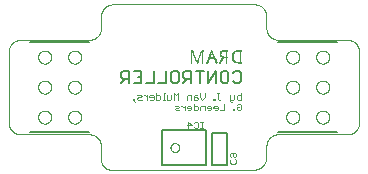
<source format=gbo>
G75*
%MOIN*%
%OFA0B0*%
%FSLAX25Y25*%
%IPPOS*%
%LPD*%
%AMOC8*
5,1,8,0,0,1.08239X$1,22.5*
%
%ADD10C,0.00000*%
%ADD11C,0.00200*%
%ADD12R,0.00300X0.00050*%
%ADD13R,0.00200X0.00050*%
%ADD14R,0.00250X0.00050*%
%ADD15R,0.00350X0.00050*%
%ADD16R,0.01400X0.00050*%
%ADD17R,0.01700X0.00050*%
%ADD18R,0.01900X0.00050*%
%ADD19R,0.02050X0.00050*%
%ADD20R,0.02150X0.00050*%
%ADD21R,0.00400X0.00050*%
%ADD22R,0.00900X0.00050*%
%ADD23R,0.00450X0.00050*%
%ADD24R,0.00700X0.00050*%
%ADD25R,0.00500X0.00050*%
%ADD26R,0.00600X0.00050*%
%ADD27R,0.00550X0.00050*%
%ADD28R,0.02350X0.00050*%
%ADD29R,0.02300X0.00050*%
%ADD30R,0.02250X0.00050*%
%ADD31R,0.02200X0.00050*%
%ADD32R,0.01650X0.00050*%
%ADD33R,0.01800X0.00050*%
%ADD34R,0.00750X0.00050*%
%ADD35R,0.00650X0.00050*%
%ADD36R,0.00850X0.00050*%
%ADD37R,0.02000X0.00050*%
%ADD38R,0.01750X0.00050*%
%ADD39R,0.01500X0.00050*%
%ADD40R,0.00150X0.00050*%
%ADD41C,0.00600*%
%ADD42C,0.00500*%
%ADD43C,0.00004*%
%ADD44C,0.00800*%
D10*
X0045791Y0032012D02*
X0045915Y0032010D01*
X0046038Y0032004D01*
X0046162Y0031995D01*
X0046284Y0031981D01*
X0046407Y0031964D01*
X0046529Y0031942D01*
X0046650Y0031917D01*
X0046770Y0031888D01*
X0046889Y0031856D01*
X0047008Y0031819D01*
X0047125Y0031779D01*
X0047240Y0031736D01*
X0047355Y0031688D01*
X0047467Y0031637D01*
X0047578Y0031583D01*
X0047688Y0031525D01*
X0047795Y0031464D01*
X0047901Y0031399D01*
X0048004Y0031331D01*
X0048105Y0031260D01*
X0048204Y0031186D01*
X0048301Y0031109D01*
X0048395Y0031028D01*
X0048486Y0030945D01*
X0048575Y0030859D01*
X0048661Y0030770D01*
X0048744Y0030679D01*
X0048825Y0030585D01*
X0048902Y0030488D01*
X0048976Y0030389D01*
X0049047Y0030288D01*
X0049115Y0030185D01*
X0049180Y0030079D01*
X0049241Y0029972D01*
X0049299Y0029862D01*
X0049353Y0029751D01*
X0049404Y0029639D01*
X0049452Y0029524D01*
X0049495Y0029409D01*
X0049535Y0029292D01*
X0049572Y0029173D01*
X0049604Y0029054D01*
X0049633Y0028934D01*
X0049658Y0028813D01*
X0049680Y0028691D01*
X0049697Y0028568D01*
X0049711Y0028446D01*
X0049720Y0028322D01*
X0049726Y0028199D01*
X0049728Y0028075D01*
X0049728Y0024138D01*
X0049713Y0024023D01*
X0049703Y0023907D01*
X0049696Y0023791D01*
X0049693Y0023675D01*
X0049694Y0023558D01*
X0049699Y0023442D01*
X0049708Y0023326D01*
X0049720Y0023211D01*
X0049737Y0023095D01*
X0049757Y0022981D01*
X0049781Y0022867D01*
X0049809Y0022754D01*
X0049841Y0022642D01*
X0049876Y0022532D01*
X0049915Y0022422D01*
X0049958Y0022314D01*
X0050004Y0022207D01*
X0050054Y0022102D01*
X0050108Y0021999D01*
X0050164Y0021897D01*
X0050224Y0021798D01*
X0050288Y0021700D01*
X0050354Y0021605D01*
X0050424Y0021512D01*
X0050497Y0021421D01*
X0050573Y0021333D01*
X0050652Y0021247D01*
X0050733Y0021164D01*
X0050818Y0021084D01*
X0050904Y0021007D01*
X0050994Y0020933D01*
X0051086Y0020861D01*
X0051180Y0020793D01*
X0051276Y0020728D01*
X0051375Y0020666D01*
X0051476Y0020608D01*
X0051578Y0020553D01*
X0051682Y0020501D01*
X0051788Y0020453D01*
X0051896Y0020409D01*
X0052005Y0020368D01*
X0052115Y0020331D01*
X0052226Y0020297D01*
X0052338Y0020268D01*
X0052452Y0020242D01*
X0052566Y0020219D01*
X0052681Y0020201D01*
X0099925Y0020201D01*
X0100056Y0020189D01*
X0100188Y0020180D01*
X0100320Y0020175D01*
X0100452Y0020174D01*
X0100584Y0020177D01*
X0100716Y0020184D01*
X0100848Y0020195D01*
X0100979Y0020210D01*
X0101110Y0020228D01*
X0101240Y0020251D01*
X0101369Y0020277D01*
X0101498Y0020307D01*
X0101625Y0020341D01*
X0101752Y0020379D01*
X0101877Y0020420D01*
X0102002Y0020465D01*
X0102124Y0020514D01*
X0102245Y0020566D01*
X0102365Y0020622D01*
X0102483Y0020682D01*
X0102599Y0020745D01*
X0102713Y0020811D01*
X0102825Y0020881D01*
X0102935Y0020954D01*
X0103043Y0021030D01*
X0103149Y0021110D01*
X0103252Y0021192D01*
X0103353Y0021278D01*
X0103451Y0021366D01*
X0103546Y0021457D01*
X0103639Y0021552D01*
X0103728Y0021648D01*
X0103815Y0021748D01*
X0103899Y0021850D01*
X0103980Y0021954D01*
X0104058Y0022061D01*
X0104132Y0022170D01*
X0104204Y0022281D01*
X0104272Y0022394D01*
X0104336Y0022510D01*
X0104397Y0022627D01*
X0104455Y0022745D01*
X0104509Y0022866D01*
X0104559Y0022988D01*
X0104606Y0023111D01*
X0104649Y0023236D01*
X0104689Y0023362D01*
X0104725Y0023489D01*
X0104756Y0023618D01*
X0104785Y0023747D01*
X0104809Y0023876D01*
X0104829Y0024007D01*
X0104846Y0024138D01*
X0104846Y0028075D01*
X0104848Y0028199D01*
X0104854Y0028322D01*
X0104863Y0028446D01*
X0104877Y0028568D01*
X0104894Y0028691D01*
X0104916Y0028813D01*
X0104941Y0028934D01*
X0104970Y0029054D01*
X0105002Y0029173D01*
X0105039Y0029292D01*
X0105079Y0029409D01*
X0105122Y0029524D01*
X0105170Y0029639D01*
X0105221Y0029751D01*
X0105275Y0029862D01*
X0105333Y0029972D01*
X0105394Y0030079D01*
X0105459Y0030185D01*
X0105527Y0030288D01*
X0105598Y0030389D01*
X0105672Y0030488D01*
X0105749Y0030585D01*
X0105830Y0030679D01*
X0105913Y0030770D01*
X0105999Y0030859D01*
X0106088Y0030945D01*
X0106179Y0031028D01*
X0106273Y0031109D01*
X0106370Y0031186D01*
X0106469Y0031260D01*
X0106570Y0031331D01*
X0106673Y0031399D01*
X0106779Y0031464D01*
X0106886Y0031525D01*
X0106996Y0031583D01*
X0107107Y0031637D01*
X0107219Y0031688D01*
X0107334Y0031736D01*
X0107449Y0031779D01*
X0107566Y0031819D01*
X0107685Y0031856D01*
X0107804Y0031888D01*
X0107924Y0031917D01*
X0108045Y0031942D01*
X0108167Y0031964D01*
X0108290Y0031981D01*
X0108412Y0031995D01*
X0108536Y0032004D01*
X0108659Y0032010D01*
X0108783Y0032012D01*
X0131815Y0032012D01*
X0131939Y0032014D01*
X0132062Y0032020D01*
X0132186Y0032029D01*
X0132308Y0032043D01*
X0132431Y0032060D01*
X0132553Y0032082D01*
X0132674Y0032107D01*
X0132794Y0032136D01*
X0132913Y0032168D01*
X0133032Y0032205D01*
X0133149Y0032245D01*
X0133264Y0032288D01*
X0133379Y0032336D01*
X0133491Y0032387D01*
X0133602Y0032441D01*
X0133712Y0032499D01*
X0133819Y0032560D01*
X0133925Y0032625D01*
X0134028Y0032693D01*
X0134129Y0032764D01*
X0134228Y0032838D01*
X0134325Y0032915D01*
X0134419Y0032996D01*
X0134510Y0033079D01*
X0134599Y0033165D01*
X0134685Y0033254D01*
X0134768Y0033345D01*
X0134849Y0033439D01*
X0134926Y0033536D01*
X0135000Y0033635D01*
X0135071Y0033736D01*
X0135139Y0033839D01*
X0135204Y0033945D01*
X0135265Y0034052D01*
X0135323Y0034162D01*
X0135377Y0034273D01*
X0135428Y0034385D01*
X0135476Y0034500D01*
X0135519Y0034615D01*
X0135559Y0034732D01*
X0135596Y0034851D01*
X0135628Y0034970D01*
X0135657Y0035090D01*
X0135682Y0035211D01*
X0135704Y0035333D01*
X0135721Y0035456D01*
X0135735Y0035578D01*
X0135744Y0035702D01*
X0135750Y0035825D01*
X0135752Y0035949D01*
X0135752Y0059571D01*
X0135750Y0059695D01*
X0135744Y0059818D01*
X0135735Y0059942D01*
X0135721Y0060064D01*
X0135704Y0060187D01*
X0135682Y0060309D01*
X0135657Y0060430D01*
X0135628Y0060550D01*
X0135596Y0060669D01*
X0135559Y0060788D01*
X0135519Y0060905D01*
X0135476Y0061020D01*
X0135428Y0061135D01*
X0135377Y0061247D01*
X0135323Y0061358D01*
X0135265Y0061468D01*
X0135204Y0061575D01*
X0135139Y0061681D01*
X0135071Y0061784D01*
X0135000Y0061885D01*
X0134926Y0061984D01*
X0134849Y0062081D01*
X0134768Y0062175D01*
X0134685Y0062266D01*
X0134599Y0062355D01*
X0134510Y0062441D01*
X0134419Y0062524D01*
X0134325Y0062605D01*
X0134228Y0062682D01*
X0134129Y0062756D01*
X0134028Y0062827D01*
X0133925Y0062895D01*
X0133819Y0062960D01*
X0133712Y0063021D01*
X0133602Y0063079D01*
X0133491Y0063133D01*
X0133379Y0063184D01*
X0133264Y0063232D01*
X0133149Y0063275D01*
X0133032Y0063315D01*
X0132913Y0063352D01*
X0132794Y0063384D01*
X0132674Y0063413D01*
X0132553Y0063438D01*
X0132431Y0063460D01*
X0132308Y0063477D01*
X0132186Y0063491D01*
X0132062Y0063500D01*
X0131939Y0063506D01*
X0131815Y0063508D01*
X0108783Y0063508D01*
X0108659Y0063510D01*
X0108536Y0063516D01*
X0108412Y0063525D01*
X0108290Y0063539D01*
X0108167Y0063556D01*
X0108045Y0063578D01*
X0107924Y0063603D01*
X0107804Y0063632D01*
X0107685Y0063664D01*
X0107566Y0063701D01*
X0107449Y0063741D01*
X0107334Y0063784D01*
X0107219Y0063832D01*
X0107107Y0063883D01*
X0106996Y0063937D01*
X0106886Y0063995D01*
X0106779Y0064056D01*
X0106673Y0064121D01*
X0106570Y0064189D01*
X0106469Y0064260D01*
X0106370Y0064334D01*
X0106273Y0064411D01*
X0106179Y0064492D01*
X0106088Y0064575D01*
X0105999Y0064661D01*
X0105913Y0064750D01*
X0105830Y0064841D01*
X0105749Y0064935D01*
X0105672Y0065032D01*
X0105598Y0065131D01*
X0105527Y0065232D01*
X0105459Y0065335D01*
X0105394Y0065441D01*
X0105333Y0065548D01*
X0105275Y0065658D01*
X0105221Y0065769D01*
X0105170Y0065881D01*
X0105122Y0065996D01*
X0105079Y0066111D01*
X0105039Y0066228D01*
X0105002Y0066347D01*
X0104970Y0066466D01*
X0104941Y0066586D01*
X0104916Y0066707D01*
X0104894Y0066829D01*
X0104877Y0066952D01*
X0104863Y0067074D01*
X0104854Y0067198D01*
X0104848Y0067321D01*
X0104846Y0067445D01*
X0104846Y0071382D01*
X0104844Y0071506D01*
X0104838Y0071629D01*
X0104829Y0071753D01*
X0104815Y0071875D01*
X0104798Y0071998D01*
X0104776Y0072120D01*
X0104751Y0072241D01*
X0104722Y0072361D01*
X0104690Y0072480D01*
X0104653Y0072599D01*
X0104613Y0072716D01*
X0104570Y0072831D01*
X0104522Y0072946D01*
X0104471Y0073058D01*
X0104417Y0073169D01*
X0104359Y0073279D01*
X0104298Y0073386D01*
X0104233Y0073492D01*
X0104165Y0073595D01*
X0104094Y0073696D01*
X0104020Y0073795D01*
X0103943Y0073892D01*
X0103862Y0073986D01*
X0103779Y0074077D01*
X0103693Y0074166D01*
X0103604Y0074252D01*
X0103513Y0074335D01*
X0103419Y0074416D01*
X0103322Y0074493D01*
X0103223Y0074567D01*
X0103122Y0074638D01*
X0103019Y0074706D01*
X0102913Y0074771D01*
X0102806Y0074832D01*
X0102696Y0074890D01*
X0102585Y0074944D01*
X0102473Y0074995D01*
X0102358Y0075043D01*
X0102243Y0075086D01*
X0102126Y0075126D01*
X0102007Y0075163D01*
X0101888Y0075195D01*
X0101768Y0075224D01*
X0101647Y0075249D01*
X0101525Y0075271D01*
X0101402Y0075288D01*
X0101280Y0075302D01*
X0101156Y0075311D01*
X0101033Y0075317D01*
X0100909Y0075319D01*
X0053665Y0075319D01*
X0053541Y0075317D01*
X0053418Y0075311D01*
X0053294Y0075302D01*
X0053172Y0075288D01*
X0053049Y0075271D01*
X0052927Y0075249D01*
X0052806Y0075224D01*
X0052686Y0075195D01*
X0052567Y0075163D01*
X0052448Y0075126D01*
X0052331Y0075086D01*
X0052216Y0075043D01*
X0052101Y0074995D01*
X0051989Y0074944D01*
X0051878Y0074890D01*
X0051768Y0074832D01*
X0051661Y0074771D01*
X0051555Y0074706D01*
X0051452Y0074638D01*
X0051351Y0074567D01*
X0051252Y0074493D01*
X0051155Y0074416D01*
X0051061Y0074335D01*
X0050970Y0074252D01*
X0050881Y0074166D01*
X0050795Y0074077D01*
X0050712Y0073986D01*
X0050631Y0073892D01*
X0050554Y0073795D01*
X0050480Y0073696D01*
X0050409Y0073595D01*
X0050341Y0073492D01*
X0050276Y0073386D01*
X0050215Y0073279D01*
X0050157Y0073169D01*
X0050103Y0073058D01*
X0050052Y0072946D01*
X0050004Y0072831D01*
X0049961Y0072716D01*
X0049921Y0072599D01*
X0049884Y0072480D01*
X0049852Y0072361D01*
X0049823Y0072241D01*
X0049798Y0072120D01*
X0049776Y0071998D01*
X0049759Y0071875D01*
X0049745Y0071753D01*
X0049736Y0071629D01*
X0049730Y0071506D01*
X0049728Y0071382D01*
X0049728Y0067445D01*
X0049726Y0067321D01*
X0049720Y0067198D01*
X0049711Y0067074D01*
X0049697Y0066952D01*
X0049680Y0066829D01*
X0049658Y0066707D01*
X0049633Y0066586D01*
X0049604Y0066466D01*
X0049572Y0066347D01*
X0049535Y0066228D01*
X0049495Y0066111D01*
X0049452Y0065996D01*
X0049404Y0065881D01*
X0049353Y0065769D01*
X0049299Y0065658D01*
X0049241Y0065548D01*
X0049180Y0065441D01*
X0049115Y0065335D01*
X0049047Y0065232D01*
X0048976Y0065131D01*
X0048902Y0065032D01*
X0048825Y0064935D01*
X0048744Y0064841D01*
X0048661Y0064750D01*
X0048575Y0064661D01*
X0048486Y0064575D01*
X0048395Y0064492D01*
X0048301Y0064411D01*
X0048204Y0064334D01*
X0048105Y0064260D01*
X0048004Y0064189D01*
X0047901Y0064121D01*
X0047795Y0064056D01*
X0047688Y0063995D01*
X0047578Y0063937D01*
X0047467Y0063883D01*
X0047355Y0063832D01*
X0047240Y0063784D01*
X0047125Y0063741D01*
X0047008Y0063701D01*
X0046889Y0063664D01*
X0046770Y0063632D01*
X0046650Y0063603D01*
X0046529Y0063578D01*
X0046407Y0063556D01*
X0046284Y0063539D01*
X0046162Y0063525D01*
X0046038Y0063516D01*
X0045915Y0063510D01*
X0045791Y0063508D01*
X0022898Y0063508D01*
X0022774Y0063506D01*
X0022651Y0063500D01*
X0022527Y0063491D01*
X0022405Y0063477D01*
X0022282Y0063460D01*
X0022160Y0063438D01*
X0022039Y0063413D01*
X0021919Y0063384D01*
X0021800Y0063352D01*
X0021681Y0063315D01*
X0021564Y0063275D01*
X0021449Y0063232D01*
X0021334Y0063184D01*
X0021222Y0063133D01*
X0021111Y0063079D01*
X0021001Y0063021D01*
X0020894Y0062960D01*
X0020788Y0062895D01*
X0020685Y0062827D01*
X0020584Y0062756D01*
X0020485Y0062682D01*
X0020388Y0062605D01*
X0020294Y0062524D01*
X0020203Y0062441D01*
X0020114Y0062355D01*
X0020028Y0062266D01*
X0019945Y0062175D01*
X0019864Y0062081D01*
X0019787Y0061984D01*
X0019713Y0061885D01*
X0019642Y0061784D01*
X0019574Y0061681D01*
X0019509Y0061575D01*
X0019448Y0061468D01*
X0019390Y0061358D01*
X0019336Y0061247D01*
X0019285Y0061135D01*
X0019237Y0061020D01*
X0019194Y0060905D01*
X0019154Y0060788D01*
X0019117Y0060669D01*
X0019085Y0060550D01*
X0019056Y0060430D01*
X0019031Y0060309D01*
X0019009Y0060187D01*
X0018992Y0060064D01*
X0018978Y0059942D01*
X0018969Y0059818D01*
X0018963Y0059695D01*
X0018961Y0059571D01*
X0018961Y0035949D01*
X0018963Y0035825D01*
X0018969Y0035702D01*
X0018978Y0035578D01*
X0018992Y0035456D01*
X0019009Y0035333D01*
X0019031Y0035211D01*
X0019056Y0035090D01*
X0019085Y0034970D01*
X0019117Y0034851D01*
X0019154Y0034732D01*
X0019194Y0034615D01*
X0019237Y0034500D01*
X0019285Y0034385D01*
X0019336Y0034273D01*
X0019390Y0034162D01*
X0019448Y0034052D01*
X0019509Y0033945D01*
X0019574Y0033839D01*
X0019642Y0033736D01*
X0019713Y0033635D01*
X0019787Y0033536D01*
X0019864Y0033439D01*
X0019945Y0033345D01*
X0020028Y0033254D01*
X0020114Y0033165D01*
X0020203Y0033079D01*
X0020294Y0032996D01*
X0020388Y0032915D01*
X0020485Y0032838D01*
X0020584Y0032764D01*
X0020685Y0032693D01*
X0020788Y0032625D01*
X0020894Y0032560D01*
X0021001Y0032499D01*
X0021111Y0032441D01*
X0021222Y0032387D01*
X0021334Y0032336D01*
X0021449Y0032288D01*
X0021564Y0032245D01*
X0021681Y0032205D01*
X0021800Y0032168D01*
X0021919Y0032136D01*
X0022039Y0032107D01*
X0022160Y0032082D01*
X0022282Y0032060D01*
X0022405Y0032043D01*
X0022527Y0032029D01*
X0022651Y0032020D01*
X0022774Y0032014D01*
X0022898Y0032012D01*
X0045791Y0032012D01*
X0038784Y0037760D02*
X0038786Y0037853D01*
X0038792Y0037945D01*
X0038802Y0038037D01*
X0038816Y0038128D01*
X0038833Y0038219D01*
X0038855Y0038309D01*
X0038880Y0038398D01*
X0038909Y0038486D01*
X0038942Y0038572D01*
X0038979Y0038657D01*
X0039019Y0038741D01*
X0039063Y0038822D01*
X0039110Y0038902D01*
X0039160Y0038980D01*
X0039214Y0039055D01*
X0039271Y0039128D01*
X0039331Y0039198D01*
X0039394Y0039266D01*
X0039460Y0039331D01*
X0039528Y0039393D01*
X0039599Y0039453D01*
X0039673Y0039509D01*
X0039749Y0039562D01*
X0039827Y0039611D01*
X0039907Y0039658D01*
X0039989Y0039700D01*
X0040073Y0039740D01*
X0040158Y0039775D01*
X0040245Y0039807D01*
X0040333Y0039836D01*
X0040422Y0039860D01*
X0040512Y0039881D01*
X0040603Y0039897D01*
X0040695Y0039910D01*
X0040787Y0039919D01*
X0040880Y0039924D01*
X0040972Y0039925D01*
X0041065Y0039922D01*
X0041157Y0039915D01*
X0041249Y0039904D01*
X0041340Y0039889D01*
X0041431Y0039871D01*
X0041521Y0039848D01*
X0041609Y0039822D01*
X0041697Y0039792D01*
X0041783Y0039758D01*
X0041867Y0039721D01*
X0041950Y0039679D01*
X0042031Y0039635D01*
X0042111Y0039587D01*
X0042188Y0039536D01*
X0042262Y0039481D01*
X0042335Y0039423D01*
X0042405Y0039363D01*
X0042472Y0039299D01*
X0042536Y0039233D01*
X0042598Y0039163D01*
X0042656Y0039092D01*
X0042711Y0039018D01*
X0042763Y0038941D01*
X0042812Y0038862D01*
X0042858Y0038782D01*
X0042900Y0038699D01*
X0042938Y0038615D01*
X0042973Y0038529D01*
X0043004Y0038442D01*
X0043031Y0038354D01*
X0043054Y0038264D01*
X0043074Y0038174D01*
X0043090Y0038083D01*
X0043102Y0037991D01*
X0043110Y0037899D01*
X0043114Y0037806D01*
X0043114Y0037714D01*
X0043110Y0037621D01*
X0043102Y0037529D01*
X0043090Y0037437D01*
X0043074Y0037346D01*
X0043054Y0037256D01*
X0043031Y0037166D01*
X0043004Y0037078D01*
X0042973Y0036991D01*
X0042938Y0036905D01*
X0042900Y0036821D01*
X0042858Y0036738D01*
X0042812Y0036658D01*
X0042763Y0036579D01*
X0042711Y0036502D01*
X0042656Y0036428D01*
X0042598Y0036357D01*
X0042536Y0036287D01*
X0042472Y0036221D01*
X0042405Y0036157D01*
X0042335Y0036097D01*
X0042262Y0036039D01*
X0042188Y0035984D01*
X0042111Y0035933D01*
X0042032Y0035885D01*
X0041950Y0035841D01*
X0041867Y0035799D01*
X0041783Y0035762D01*
X0041697Y0035728D01*
X0041609Y0035698D01*
X0041521Y0035672D01*
X0041431Y0035649D01*
X0041340Y0035631D01*
X0041249Y0035616D01*
X0041157Y0035605D01*
X0041065Y0035598D01*
X0040972Y0035595D01*
X0040880Y0035596D01*
X0040787Y0035601D01*
X0040695Y0035610D01*
X0040603Y0035623D01*
X0040512Y0035639D01*
X0040422Y0035660D01*
X0040333Y0035684D01*
X0040245Y0035713D01*
X0040158Y0035745D01*
X0040073Y0035780D01*
X0039989Y0035820D01*
X0039907Y0035862D01*
X0039827Y0035909D01*
X0039749Y0035958D01*
X0039673Y0036011D01*
X0039599Y0036067D01*
X0039528Y0036127D01*
X0039460Y0036189D01*
X0039394Y0036254D01*
X0039331Y0036322D01*
X0039271Y0036392D01*
X0039214Y0036465D01*
X0039160Y0036540D01*
X0039110Y0036618D01*
X0039063Y0036698D01*
X0039019Y0036779D01*
X0038979Y0036863D01*
X0038942Y0036948D01*
X0038909Y0037034D01*
X0038880Y0037122D01*
X0038855Y0037211D01*
X0038833Y0037301D01*
X0038816Y0037392D01*
X0038802Y0037483D01*
X0038792Y0037575D01*
X0038786Y0037667D01*
X0038784Y0037760D01*
X0028784Y0037760D02*
X0028786Y0037853D01*
X0028792Y0037945D01*
X0028802Y0038037D01*
X0028816Y0038128D01*
X0028833Y0038219D01*
X0028855Y0038309D01*
X0028880Y0038398D01*
X0028909Y0038486D01*
X0028942Y0038572D01*
X0028979Y0038657D01*
X0029019Y0038741D01*
X0029063Y0038822D01*
X0029110Y0038902D01*
X0029160Y0038980D01*
X0029214Y0039055D01*
X0029271Y0039128D01*
X0029331Y0039198D01*
X0029394Y0039266D01*
X0029460Y0039331D01*
X0029528Y0039393D01*
X0029599Y0039453D01*
X0029673Y0039509D01*
X0029749Y0039562D01*
X0029827Y0039611D01*
X0029907Y0039658D01*
X0029989Y0039700D01*
X0030073Y0039740D01*
X0030158Y0039775D01*
X0030245Y0039807D01*
X0030333Y0039836D01*
X0030422Y0039860D01*
X0030512Y0039881D01*
X0030603Y0039897D01*
X0030695Y0039910D01*
X0030787Y0039919D01*
X0030880Y0039924D01*
X0030972Y0039925D01*
X0031065Y0039922D01*
X0031157Y0039915D01*
X0031249Y0039904D01*
X0031340Y0039889D01*
X0031431Y0039871D01*
X0031521Y0039848D01*
X0031609Y0039822D01*
X0031697Y0039792D01*
X0031783Y0039758D01*
X0031867Y0039721D01*
X0031950Y0039679D01*
X0032031Y0039635D01*
X0032111Y0039587D01*
X0032188Y0039536D01*
X0032262Y0039481D01*
X0032335Y0039423D01*
X0032405Y0039363D01*
X0032472Y0039299D01*
X0032536Y0039233D01*
X0032598Y0039163D01*
X0032656Y0039092D01*
X0032711Y0039018D01*
X0032763Y0038941D01*
X0032812Y0038862D01*
X0032858Y0038782D01*
X0032900Y0038699D01*
X0032938Y0038615D01*
X0032973Y0038529D01*
X0033004Y0038442D01*
X0033031Y0038354D01*
X0033054Y0038264D01*
X0033074Y0038174D01*
X0033090Y0038083D01*
X0033102Y0037991D01*
X0033110Y0037899D01*
X0033114Y0037806D01*
X0033114Y0037714D01*
X0033110Y0037621D01*
X0033102Y0037529D01*
X0033090Y0037437D01*
X0033074Y0037346D01*
X0033054Y0037256D01*
X0033031Y0037166D01*
X0033004Y0037078D01*
X0032973Y0036991D01*
X0032938Y0036905D01*
X0032900Y0036821D01*
X0032858Y0036738D01*
X0032812Y0036658D01*
X0032763Y0036579D01*
X0032711Y0036502D01*
X0032656Y0036428D01*
X0032598Y0036357D01*
X0032536Y0036287D01*
X0032472Y0036221D01*
X0032405Y0036157D01*
X0032335Y0036097D01*
X0032262Y0036039D01*
X0032188Y0035984D01*
X0032111Y0035933D01*
X0032032Y0035885D01*
X0031950Y0035841D01*
X0031867Y0035799D01*
X0031783Y0035762D01*
X0031697Y0035728D01*
X0031609Y0035698D01*
X0031521Y0035672D01*
X0031431Y0035649D01*
X0031340Y0035631D01*
X0031249Y0035616D01*
X0031157Y0035605D01*
X0031065Y0035598D01*
X0030972Y0035595D01*
X0030880Y0035596D01*
X0030787Y0035601D01*
X0030695Y0035610D01*
X0030603Y0035623D01*
X0030512Y0035639D01*
X0030422Y0035660D01*
X0030333Y0035684D01*
X0030245Y0035713D01*
X0030158Y0035745D01*
X0030073Y0035780D01*
X0029989Y0035820D01*
X0029907Y0035862D01*
X0029827Y0035909D01*
X0029749Y0035958D01*
X0029673Y0036011D01*
X0029599Y0036067D01*
X0029528Y0036127D01*
X0029460Y0036189D01*
X0029394Y0036254D01*
X0029331Y0036322D01*
X0029271Y0036392D01*
X0029214Y0036465D01*
X0029160Y0036540D01*
X0029110Y0036618D01*
X0029063Y0036698D01*
X0029019Y0036779D01*
X0028979Y0036863D01*
X0028942Y0036948D01*
X0028909Y0037034D01*
X0028880Y0037122D01*
X0028855Y0037211D01*
X0028833Y0037301D01*
X0028816Y0037392D01*
X0028802Y0037483D01*
X0028792Y0037575D01*
X0028786Y0037667D01*
X0028784Y0037760D01*
X0028784Y0047760D02*
X0028786Y0047853D01*
X0028792Y0047945D01*
X0028802Y0048037D01*
X0028816Y0048128D01*
X0028833Y0048219D01*
X0028855Y0048309D01*
X0028880Y0048398D01*
X0028909Y0048486D01*
X0028942Y0048572D01*
X0028979Y0048657D01*
X0029019Y0048741D01*
X0029063Y0048822D01*
X0029110Y0048902D01*
X0029160Y0048980D01*
X0029214Y0049055D01*
X0029271Y0049128D01*
X0029331Y0049198D01*
X0029394Y0049266D01*
X0029460Y0049331D01*
X0029528Y0049393D01*
X0029599Y0049453D01*
X0029673Y0049509D01*
X0029749Y0049562D01*
X0029827Y0049611D01*
X0029907Y0049658D01*
X0029989Y0049700D01*
X0030073Y0049740D01*
X0030158Y0049775D01*
X0030245Y0049807D01*
X0030333Y0049836D01*
X0030422Y0049860D01*
X0030512Y0049881D01*
X0030603Y0049897D01*
X0030695Y0049910D01*
X0030787Y0049919D01*
X0030880Y0049924D01*
X0030972Y0049925D01*
X0031065Y0049922D01*
X0031157Y0049915D01*
X0031249Y0049904D01*
X0031340Y0049889D01*
X0031431Y0049871D01*
X0031521Y0049848D01*
X0031609Y0049822D01*
X0031697Y0049792D01*
X0031783Y0049758D01*
X0031867Y0049721D01*
X0031950Y0049679D01*
X0032031Y0049635D01*
X0032111Y0049587D01*
X0032188Y0049536D01*
X0032262Y0049481D01*
X0032335Y0049423D01*
X0032405Y0049363D01*
X0032472Y0049299D01*
X0032536Y0049233D01*
X0032598Y0049163D01*
X0032656Y0049092D01*
X0032711Y0049018D01*
X0032763Y0048941D01*
X0032812Y0048862D01*
X0032858Y0048782D01*
X0032900Y0048699D01*
X0032938Y0048615D01*
X0032973Y0048529D01*
X0033004Y0048442D01*
X0033031Y0048354D01*
X0033054Y0048264D01*
X0033074Y0048174D01*
X0033090Y0048083D01*
X0033102Y0047991D01*
X0033110Y0047899D01*
X0033114Y0047806D01*
X0033114Y0047714D01*
X0033110Y0047621D01*
X0033102Y0047529D01*
X0033090Y0047437D01*
X0033074Y0047346D01*
X0033054Y0047256D01*
X0033031Y0047166D01*
X0033004Y0047078D01*
X0032973Y0046991D01*
X0032938Y0046905D01*
X0032900Y0046821D01*
X0032858Y0046738D01*
X0032812Y0046658D01*
X0032763Y0046579D01*
X0032711Y0046502D01*
X0032656Y0046428D01*
X0032598Y0046357D01*
X0032536Y0046287D01*
X0032472Y0046221D01*
X0032405Y0046157D01*
X0032335Y0046097D01*
X0032262Y0046039D01*
X0032188Y0045984D01*
X0032111Y0045933D01*
X0032032Y0045885D01*
X0031950Y0045841D01*
X0031867Y0045799D01*
X0031783Y0045762D01*
X0031697Y0045728D01*
X0031609Y0045698D01*
X0031521Y0045672D01*
X0031431Y0045649D01*
X0031340Y0045631D01*
X0031249Y0045616D01*
X0031157Y0045605D01*
X0031065Y0045598D01*
X0030972Y0045595D01*
X0030880Y0045596D01*
X0030787Y0045601D01*
X0030695Y0045610D01*
X0030603Y0045623D01*
X0030512Y0045639D01*
X0030422Y0045660D01*
X0030333Y0045684D01*
X0030245Y0045713D01*
X0030158Y0045745D01*
X0030073Y0045780D01*
X0029989Y0045820D01*
X0029907Y0045862D01*
X0029827Y0045909D01*
X0029749Y0045958D01*
X0029673Y0046011D01*
X0029599Y0046067D01*
X0029528Y0046127D01*
X0029460Y0046189D01*
X0029394Y0046254D01*
X0029331Y0046322D01*
X0029271Y0046392D01*
X0029214Y0046465D01*
X0029160Y0046540D01*
X0029110Y0046618D01*
X0029063Y0046698D01*
X0029019Y0046779D01*
X0028979Y0046863D01*
X0028942Y0046948D01*
X0028909Y0047034D01*
X0028880Y0047122D01*
X0028855Y0047211D01*
X0028833Y0047301D01*
X0028816Y0047392D01*
X0028802Y0047483D01*
X0028792Y0047575D01*
X0028786Y0047667D01*
X0028784Y0047760D01*
X0038784Y0047760D02*
X0038786Y0047853D01*
X0038792Y0047945D01*
X0038802Y0048037D01*
X0038816Y0048128D01*
X0038833Y0048219D01*
X0038855Y0048309D01*
X0038880Y0048398D01*
X0038909Y0048486D01*
X0038942Y0048572D01*
X0038979Y0048657D01*
X0039019Y0048741D01*
X0039063Y0048822D01*
X0039110Y0048902D01*
X0039160Y0048980D01*
X0039214Y0049055D01*
X0039271Y0049128D01*
X0039331Y0049198D01*
X0039394Y0049266D01*
X0039460Y0049331D01*
X0039528Y0049393D01*
X0039599Y0049453D01*
X0039673Y0049509D01*
X0039749Y0049562D01*
X0039827Y0049611D01*
X0039907Y0049658D01*
X0039989Y0049700D01*
X0040073Y0049740D01*
X0040158Y0049775D01*
X0040245Y0049807D01*
X0040333Y0049836D01*
X0040422Y0049860D01*
X0040512Y0049881D01*
X0040603Y0049897D01*
X0040695Y0049910D01*
X0040787Y0049919D01*
X0040880Y0049924D01*
X0040972Y0049925D01*
X0041065Y0049922D01*
X0041157Y0049915D01*
X0041249Y0049904D01*
X0041340Y0049889D01*
X0041431Y0049871D01*
X0041521Y0049848D01*
X0041609Y0049822D01*
X0041697Y0049792D01*
X0041783Y0049758D01*
X0041867Y0049721D01*
X0041950Y0049679D01*
X0042031Y0049635D01*
X0042111Y0049587D01*
X0042188Y0049536D01*
X0042262Y0049481D01*
X0042335Y0049423D01*
X0042405Y0049363D01*
X0042472Y0049299D01*
X0042536Y0049233D01*
X0042598Y0049163D01*
X0042656Y0049092D01*
X0042711Y0049018D01*
X0042763Y0048941D01*
X0042812Y0048862D01*
X0042858Y0048782D01*
X0042900Y0048699D01*
X0042938Y0048615D01*
X0042973Y0048529D01*
X0043004Y0048442D01*
X0043031Y0048354D01*
X0043054Y0048264D01*
X0043074Y0048174D01*
X0043090Y0048083D01*
X0043102Y0047991D01*
X0043110Y0047899D01*
X0043114Y0047806D01*
X0043114Y0047714D01*
X0043110Y0047621D01*
X0043102Y0047529D01*
X0043090Y0047437D01*
X0043074Y0047346D01*
X0043054Y0047256D01*
X0043031Y0047166D01*
X0043004Y0047078D01*
X0042973Y0046991D01*
X0042938Y0046905D01*
X0042900Y0046821D01*
X0042858Y0046738D01*
X0042812Y0046658D01*
X0042763Y0046579D01*
X0042711Y0046502D01*
X0042656Y0046428D01*
X0042598Y0046357D01*
X0042536Y0046287D01*
X0042472Y0046221D01*
X0042405Y0046157D01*
X0042335Y0046097D01*
X0042262Y0046039D01*
X0042188Y0045984D01*
X0042111Y0045933D01*
X0042032Y0045885D01*
X0041950Y0045841D01*
X0041867Y0045799D01*
X0041783Y0045762D01*
X0041697Y0045728D01*
X0041609Y0045698D01*
X0041521Y0045672D01*
X0041431Y0045649D01*
X0041340Y0045631D01*
X0041249Y0045616D01*
X0041157Y0045605D01*
X0041065Y0045598D01*
X0040972Y0045595D01*
X0040880Y0045596D01*
X0040787Y0045601D01*
X0040695Y0045610D01*
X0040603Y0045623D01*
X0040512Y0045639D01*
X0040422Y0045660D01*
X0040333Y0045684D01*
X0040245Y0045713D01*
X0040158Y0045745D01*
X0040073Y0045780D01*
X0039989Y0045820D01*
X0039907Y0045862D01*
X0039827Y0045909D01*
X0039749Y0045958D01*
X0039673Y0046011D01*
X0039599Y0046067D01*
X0039528Y0046127D01*
X0039460Y0046189D01*
X0039394Y0046254D01*
X0039331Y0046322D01*
X0039271Y0046392D01*
X0039214Y0046465D01*
X0039160Y0046540D01*
X0039110Y0046618D01*
X0039063Y0046698D01*
X0039019Y0046779D01*
X0038979Y0046863D01*
X0038942Y0046948D01*
X0038909Y0047034D01*
X0038880Y0047122D01*
X0038855Y0047211D01*
X0038833Y0047301D01*
X0038816Y0047392D01*
X0038802Y0047483D01*
X0038792Y0047575D01*
X0038786Y0047667D01*
X0038784Y0047760D01*
X0038784Y0057760D02*
X0038786Y0057853D01*
X0038792Y0057945D01*
X0038802Y0058037D01*
X0038816Y0058128D01*
X0038833Y0058219D01*
X0038855Y0058309D01*
X0038880Y0058398D01*
X0038909Y0058486D01*
X0038942Y0058572D01*
X0038979Y0058657D01*
X0039019Y0058741D01*
X0039063Y0058822D01*
X0039110Y0058902D01*
X0039160Y0058980D01*
X0039214Y0059055D01*
X0039271Y0059128D01*
X0039331Y0059198D01*
X0039394Y0059266D01*
X0039460Y0059331D01*
X0039528Y0059393D01*
X0039599Y0059453D01*
X0039673Y0059509D01*
X0039749Y0059562D01*
X0039827Y0059611D01*
X0039907Y0059658D01*
X0039989Y0059700D01*
X0040073Y0059740D01*
X0040158Y0059775D01*
X0040245Y0059807D01*
X0040333Y0059836D01*
X0040422Y0059860D01*
X0040512Y0059881D01*
X0040603Y0059897D01*
X0040695Y0059910D01*
X0040787Y0059919D01*
X0040880Y0059924D01*
X0040972Y0059925D01*
X0041065Y0059922D01*
X0041157Y0059915D01*
X0041249Y0059904D01*
X0041340Y0059889D01*
X0041431Y0059871D01*
X0041521Y0059848D01*
X0041609Y0059822D01*
X0041697Y0059792D01*
X0041783Y0059758D01*
X0041867Y0059721D01*
X0041950Y0059679D01*
X0042031Y0059635D01*
X0042111Y0059587D01*
X0042188Y0059536D01*
X0042262Y0059481D01*
X0042335Y0059423D01*
X0042405Y0059363D01*
X0042472Y0059299D01*
X0042536Y0059233D01*
X0042598Y0059163D01*
X0042656Y0059092D01*
X0042711Y0059018D01*
X0042763Y0058941D01*
X0042812Y0058862D01*
X0042858Y0058782D01*
X0042900Y0058699D01*
X0042938Y0058615D01*
X0042973Y0058529D01*
X0043004Y0058442D01*
X0043031Y0058354D01*
X0043054Y0058264D01*
X0043074Y0058174D01*
X0043090Y0058083D01*
X0043102Y0057991D01*
X0043110Y0057899D01*
X0043114Y0057806D01*
X0043114Y0057714D01*
X0043110Y0057621D01*
X0043102Y0057529D01*
X0043090Y0057437D01*
X0043074Y0057346D01*
X0043054Y0057256D01*
X0043031Y0057166D01*
X0043004Y0057078D01*
X0042973Y0056991D01*
X0042938Y0056905D01*
X0042900Y0056821D01*
X0042858Y0056738D01*
X0042812Y0056658D01*
X0042763Y0056579D01*
X0042711Y0056502D01*
X0042656Y0056428D01*
X0042598Y0056357D01*
X0042536Y0056287D01*
X0042472Y0056221D01*
X0042405Y0056157D01*
X0042335Y0056097D01*
X0042262Y0056039D01*
X0042188Y0055984D01*
X0042111Y0055933D01*
X0042032Y0055885D01*
X0041950Y0055841D01*
X0041867Y0055799D01*
X0041783Y0055762D01*
X0041697Y0055728D01*
X0041609Y0055698D01*
X0041521Y0055672D01*
X0041431Y0055649D01*
X0041340Y0055631D01*
X0041249Y0055616D01*
X0041157Y0055605D01*
X0041065Y0055598D01*
X0040972Y0055595D01*
X0040880Y0055596D01*
X0040787Y0055601D01*
X0040695Y0055610D01*
X0040603Y0055623D01*
X0040512Y0055639D01*
X0040422Y0055660D01*
X0040333Y0055684D01*
X0040245Y0055713D01*
X0040158Y0055745D01*
X0040073Y0055780D01*
X0039989Y0055820D01*
X0039907Y0055862D01*
X0039827Y0055909D01*
X0039749Y0055958D01*
X0039673Y0056011D01*
X0039599Y0056067D01*
X0039528Y0056127D01*
X0039460Y0056189D01*
X0039394Y0056254D01*
X0039331Y0056322D01*
X0039271Y0056392D01*
X0039214Y0056465D01*
X0039160Y0056540D01*
X0039110Y0056618D01*
X0039063Y0056698D01*
X0039019Y0056779D01*
X0038979Y0056863D01*
X0038942Y0056948D01*
X0038909Y0057034D01*
X0038880Y0057122D01*
X0038855Y0057211D01*
X0038833Y0057301D01*
X0038816Y0057392D01*
X0038802Y0057483D01*
X0038792Y0057575D01*
X0038786Y0057667D01*
X0038784Y0057760D01*
X0028784Y0057760D02*
X0028786Y0057853D01*
X0028792Y0057945D01*
X0028802Y0058037D01*
X0028816Y0058128D01*
X0028833Y0058219D01*
X0028855Y0058309D01*
X0028880Y0058398D01*
X0028909Y0058486D01*
X0028942Y0058572D01*
X0028979Y0058657D01*
X0029019Y0058741D01*
X0029063Y0058822D01*
X0029110Y0058902D01*
X0029160Y0058980D01*
X0029214Y0059055D01*
X0029271Y0059128D01*
X0029331Y0059198D01*
X0029394Y0059266D01*
X0029460Y0059331D01*
X0029528Y0059393D01*
X0029599Y0059453D01*
X0029673Y0059509D01*
X0029749Y0059562D01*
X0029827Y0059611D01*
X0029907Y0059658D01*
X0029989Y0059700D01*
X0030073Y0059740D01*
X0030158Y0059775D01*
X0030245Y0059807D01*
X0030333Y0059836D01*
X0030422Y0059860D01*
X0030512Y0059881D01*
X0030603Y0059897D01*
X0030695Y0059910D01*
X0030787Y0059919D01*
X0030880Y0059924D01*
X0030972Y0059925D01*
X0031065Y0059922D01*
X0031157Y0059915D01*
X0031249Y0059904D01*
X0031340Y0059889D01*
X0031431Y0059871D01*
X0031521Y0059848D01*
X0031609Y0059822D01*
X0031697Y0059792D01*
X0031783Y0059758D01*
X0031867Y0059721D01*
X0031950Y0059679D01*
X0032031Y0059635D01*
X0032111Y0059587D01*
X0032188Y0059536D01*
X0032262Y0059481D01*
X0032335Y0059423D01*
X0032405Y0059363D01*
X0032472Y0059299D01*
X0032536Y0059233D01*
X0032598Y0059163D01*
X0032656Y0059092D01*
X0032711Y0059018D01*
X0032763Y0058941D01*
X0032812Y0058862D01*
X0032858Y0058782D01*
X0032900Y0058699D01*
X0032938Y0058615D01*
X0032973Y0058529D01*
X0033004Y0058442D01*
X0033031Y0058354D01*
X0033054Y0058264D01*
X0033074Y0058174D01*
X0033090Y0058083D01*
X0033102Y0057991D01*
X0033110Y0057899D01*
X0033114Y0057806D01*
X0033114Y0057714D01*
X0033110Y0057621D01*
X0033102Y0057529D01*
X0033090Y0057437D01*
X0033074Y0057346D01*
X0033054Y0057256D01*
X0033031Y0057166D01*
X0033004Y0057078D01*
X0032973Y0056991D01*
X0032938Y0056905D01*
X0032900Y0056821D01*
X0032858Y0056738D01*
X0032812Y0056658D01*
X0032763Y0056579D01*
X0032711Y0056502D01*
X0032656Y0056428D01*
X0032598Y0056357D01*
X0032536Y0056287D01*
X0032472Y0056221D01*
X0032405Y0056157D01*
X0032335Y0056097D01*
X0032262Y0056039D01*
X0032188Y0055984D01*
X0032111Y0055933D01*
X0032032Y0055885D01*
X0031950Y0055841D01*
X0031867Y0055799D01*
X0031783Y0055762D01*
X0031697Y0055728D01*
X0031609Y0055698D01*
X0031521Y0055672D01*
X0031431Y0055649D01*
X0031340Y0055631D01*
X0031249Y0055616D01*
X0031157Y0055605D01*
X0031065Y0055598D01*
X0030972Y0055595D01*
X0030880Y0055596D01*
X0030787Y0055601D01*
X0030695Y0055610D01*
X0030603Y0055623D01*
X0030512Y0055639D01*
X0030422Y0055660D01*
X0030333Y0055684D01*
X0030245Y0055713D01*
X0030158Y0055745D01*
X0030073Y0055780D01*
X0029989Y0055820D01*
X0029907Y0055862D01*
X0029827Y0055909D01*
X0029749Y0055958D01*
X0029673Y0056011D01*
X0029599Y0056067D01*
X0029528Y0056127D01*
X0029460Y0056189D01*
X0029394Y0056254D01*
X0029331Y0056322D01*
X0029271Y0056392D01*
X0029214Y0056465D01*
X0029160Y0056540D01*
X0029110Y0056618D01*
X0029063Y0056698D01*
X0029019Y0056779D01*
X0028979Y0056863D01*
X0028942Y0056948D01*
X0028909Y0057034D01*
X0028880Y0057122D01*
X0028855Y0057211D01*
X0028833Y0057301D01*
X0028816Y0057392D01*
X0028802Y0057483D01*
X0028792Y0057575D01*
X0028786Y0057667D01*
X0028784Y0057760D01*
X0111461Y0057760D02*
X0111463Y0057853D01*
X0111469Y0057945D01*
X0111479Y0058037D01*
X0111493Y0058128D01*
X0111510Y0058219D01*
X0111532Y0058309D01*
X0111557Y0058398D01*
X0111586Y0058486D01*
X0111619Y0058572D01*
X0111656Y0058657D01*
X0111696Y0058741D01*
X0111740Y0058822D01*
X0111787Y0058902D01*
X0111837Y0058980D01*
X0111891Y0059055D01*
X0111948Y0059128D01*
X0112008Y0059198D01*
X0112071Y0059266D01*
X0112137Y0059331D01*
X0112205Y0059393D01*
X0112276Y0059453D01*
X0112350Y0059509D01*
X0112426Y0059562D01*
X0112504Y0059611D01*
X0112584Y0059658D01*
X0112666Y0059700D01*
X0112750Y0059740D01*
X0112835Y0059775D01*
X0112922Y0059807D01*
X0113010Y0059836D01*
X0113099Y0059860D01*
X0113189Y0059881D01*
X0113280Y0059897D01*
X0113372Y0059910D01*
X0113464Y0059919D01*
X0113557Y0059924D01*
X0113649Y0059925D01*
X0113742Y0059922D01*
X0113834Y0059915D01*
X0113926Y0059904D01*
X0114017Y0059889D01*
X0114108Y0059871D01*
X0114198Y0059848D01*
X0114286Y0059822D01*
X0114374Y0059792D01*
X0114460Y0059758D01*
X0114544Y0059721D01*
X0114627Y0059679D01*
X0114708Y0059635D01*
X0114788Y0059587D01*
X0114865Y0059536D01*
X0114939Y0059481D01*
X0115012Y0059423D01*
X0115082Y0059363D01*
X0115149Y0059299D01*
X0115213Y0059233D01*
X0115275Y0059163D01*
X0115333Y0059092D01*
X0115388Y0059018D01*
X0115440Y0058941D01*
X0115489Y0058862D01*
X0115535Y0058782D01*
X0115577Y0058699D01*
X0115615Y0058615D01*
X0115650Y0058529D01*
X0115681Y0058442D01*
X0115708Y0058354D01*
X0115731Y0058264D01*
X0115751Y0058174D01*
X0115767Y0058083D01*
X0115779Y0057991D01*
X0115787Y0057899D01*
X0115791Y0057806D01*
X0115791Y0057714D01*
X0115787Y0057621D01*
X0115779Y0057529D01*
X0115767Y0057437D01*
X0115751Y0057346D01*
X0115731Y0057256D01*
X0115708Y0057166D01*
X0115681Y0057078D01*
X0115650Y0056991D01*
X0115615Y0056905D01*
X0115577Y0056821D01*
X0115535Y0056738D01*
X0115489Y0056658D01*
X0115440Y0056579D01*
X0115388Y0056502D01*
X0115333Y0056428D01*
X0115275Y0056357D01*
X0115213Y0056287D01*
X0115149Y0056221D01*
X0115082Y0056157D01*
X0115012Y0056097D01*
X0114939Y0056039D01*
X0114865Y0055984D01*
X0114788Y0055933D01*
X0114709Y0055885D01*
X0114627Y0055841D01*
X0114544Y0055799D01*
X0114460Y0055762D01*
X0114374Y0055728D01*
X0114286Y0055698D01*
X0114198Y0055672D01*
X0114108Y0055649D01*
X0114017Y0055631D01*
X0113926Y0055616D01*
X0113834Y0055605D01*
X0113742Y0055598D01*
X0113649Y0055595D01*
X0113557Y0055596D01*
X0113464Y0055601D01*
X0113372Y0055610D01*
X0113280Y0055623D01*
X0113189Y0055639D01*
X0113099Y0055660D01*
X0113010Y0055684D01*
X0112922Y0055713D01*
X0112835Y0055745D01*
X0112750Y0055780D01*
X0112666Y0055820D01*
X0112584Y0055862D01*
X0112504Y0055909D01*
X0112426Y0055958D01*
X0112350Y0056011D01*
X0112276Y0056067D01*
X0112205Y0056127D01*
X0112137Y0056189D01*
X0112071Y0056254D01*
X0112008Y0056322D01*
X0111948Y0056392D01*
X0111891Y0056465D01*
X0111837Y0056540D01*
X0111787Y0056618D01*
X0111740Y0056698D01*
X0111696Y0056779D01*
X0111656Y0056863D01*
X0111619Y0056948D01*
X0111586Y0057034D01*
X0111557Y0057122D01*
X0111532Y0057211D01*
X0111510Y0057301D01*
X0111493Y0057392D01*
X0111479Y0057483D01*
X0111469Y0057575D01*
X0111463Y0057667D01*
X0111461Y0057760D01*
X0121461Y0057760D02*
X0121463Y0057853D01*
X0121469Y0057945D01*
X0121479Y0058037D01*
X0121493Y0058128D01*
X0121510Y0058219D01*
X0121532Y0058309D01*
X0121557Y0058398D01*
X0121586Y0058486D01*
X0121619Y0058572D01*
X0121656Y0058657D01*
X0121696Y0058741D01*
X0121740Y0058822D01*
X0121787Y0058902D01*
X0121837Y0058980D01*
X0121891Y0059055D01*
X0121948Y0059128D01*
X0122008Y0059198D01*
X0122071Y0059266D01*
X0122137Y0059331D01*
X0122205Y0059393D01*
X0122276Y0059453D01*
X0122350Y0059509D01*
X0122426Y0059562D01*
X0122504Y0059611D01*
X0122584Y0059658D01*
X0122666Y0059700D01*
X0122750Y0059740D01*
X0122835Y0059775D01*
X0122922Y0059807D01*
X0123010Y0059836D01*
X0123099Y0059860D01*
X0123189Y0059881D01*
X0123280Y0059897D01*
X0123372Y0059910D01*
X0123464Y0059919D01*
X0123557Y0059924D01*
X0123649Y0059925D01*
X0123742Y0059922D01*
X0123834Y0059915D01*
X0123926Y0059904D01*
X0124017Y0059889D01*
X0124108Y0059871D01*
X0124198Y0059848D01*
X0124286Y0059822D01*
X0124374Y0059792D01*
X0124460Y0059758D01*
X0124544Y0059721D01*
X0124627Y0059679D01*
X0124708Y0059635D01*
X0124788Y0059587D01*
X0124865Y0059536D01*
X0124939Y0059481D01*
X0125012Y0059423D01*
X0125082Y0059363D01*
X0125149Y0059299D01*
X0125213Y0059233D01*
X0125275Y0059163D01*
X0125333Y0059092D01*
X0125388Y0059018D01*
X0125440Y0058941D01*
X0125489Y0058862D01*
X0125535Y0058782D01*
X0125577Y0058699D01*
X0125615Y0058615D01*
X0125650Y0058529D01*
X0125681Y0058442D01*
X0125708Y0058354D01*
X0125731Y0058264D01*
X0125751Y0058174D01*
X0125767Y0058083D01*
X0125779Y0057991D01*
X0125787Y0057899D01*
X0125791Y0057806D01*
X0125791Y0057714D01*
X0125787Y0057621D01*
X0125779Y0057529D01*
X0125767Y0057437D01*
X0125751Y0057346D01*
X0125731Y0057256D01*
X0125708Y0057166D01*
X0125681Y0057078D01*
X0125650Y0056991D01*
X0125615Y0056905D01*
X0125577Y0056821D01*
X0125535Y0056738D01*
X0125489Y0056658D01*
X0125440Y0056579D01*
X0125388Y0056502D01*
X0125333Y0056428D01*
X0125275Y0056357D01*
X0125213Y0056287D01*
X0125149Y0056221D01*
X0125082Y0056157D01*
X0125012Y0056097D01*
X0124939Y0056039D01*
X0124865Y0055984D01*
X0124788Y0055933D01*
X0124709Y0055885D01*
X0124627Y0055841D01*
X0124544Y0055799D01*
X0124460Y0055762D01*
X0124374Y0055728D01*
X0124286Y0055698D01*
X0124198Y0055672D01*
X0124108Y0055649D01*
X0124017Y0055631D01*
X0123926Y0055616D01*
X0123834Y0055605D01*
X0123742Y0055598D01*
X0123649Y0055595D01*
X0123557Y0055596D01*
X0123464Y0055601D01*
X0123372Y0055610D01*
X0123280Y0055623D01*
X0123189Y0055639D01*
X0123099Y0055660D01*
X0123010Y0055684D01*
X0122922Y0055713D01*
X0122835Y0055745D01*
X0122750Y0055780D01*
X0122666Y0055820D01*
X0122584Y0055862D01*
X0122504Y0055909D01*
X0122426Y0055958D01*
X0122350Y0056011D01*
X0122276Y0056067D01*
X0122205Y0056127D01*
X0122137Y0056189D01*
X0122071Y0056254D01*
X0122008Y0056322D01*
X0121948Y0056392D01*
X0121891Y0056465D01*
X0121837Y0056540D01*
X0121787Y0056618D01*
X0121740Y0056698D01*
X0121696Y0056779D01*
X0121656Y0056863D01*
X0121619Y0056948D01*
X0121586Y0057034D01*
X0121557Y0057122D01*
X0121532Y0057211D01*
X0121510Y0057301D01*
X0121493Y0057392D01*
X0121479Y0057483D01*
X0121469Y0057575D01*
X0121463Y0057667D01*
X0121461Y0057760D01*
X0121461Y0047760D02*
X0121463Y0047853D01*
X0121469Y0047945D01*
X0121479Y0048037D01*
X0121493Y0048128D01*
X0121510Y0048219D01*
X0121532Y0048309D01*
X0121557Y0048398D01*
X0121586Y0048486D01*
X0121619Y0048572D01*
X0121656Y0048657D01*
X0121696Y0048741D01*
X0121740Y0048822D01*
X0121787Y0048902D01*
X0121837Y0048980D01*
X0121891Y0049055D01*
X0121948Y0049128D01*
X0122008Y0049198D01*
X0122071Y0049266D01*
X0122137Y0049331D01*
X0122205Y0049393D01*
X0122276Y0049453D01*
X0122350Y0049509D01*
X0122426Y0049562D01*
X0122504Y0049611D01*
X0122584Y0049658D01*
X0122666Y0049700D01*
X0122750Y0049740D01*
X0122835Y0049775D01*
X0122922Y0049807D01*
X0123010Y0049836D01*
X0123099Y0049860D01*
X0123189Y0049881D01*
X0123280Y0049897D01*
X0123372Y0049910D01*
X0123464Y0049919D01*
X0123557Y0049924D01*
X0123649Y0049925D01*
X0123742Y0049922D01*
X0123834Y0049915D01*
X0123926Y0049904D01*
X0124017Y0049889D01*
X0124108Y0049871D01*
X0124198Y0049848D01*
X0124286Y0049822D01*
X0124374Y0049792D01*
X0124460Y0049758D01*
X0124544Y0049721D01*
X0124627Y0049679D01*
X0124708Y0049635D01*
X0124788Y0049587D01*
X0124865Y0049536D01*
X0124939Y0049481D01*
X0125012Y0049423D01*
X0125082Y0049363D01*
X0125149Y0049299D01*
X0125213Y0049233D01*
X0125275Y0049163D01*
X0125333Y0049092D01*
X0125388Y0049018D01*
X0125440Y0048941D01*
X0125489Y0048862D01*
X0125535Y0048782D01*
X0125577Y0048699D01*
X0125615Y0048615D01*
X0125650Y0048529D01*
X0125681Y0048442D01*
X0125708Y0048354D01*
X0125731Y0048264D01*
X0125751Y0048174D01*
X0125767Y0048083D01*
X0125779Y0047991D01*
X0125787Y0047899D01*
X0125791Y0047806D01*
X0125791Y0047714D01*
X0125787Y0047621D01*
X0125779Y0047529D01*
X0125767Y0047437D01*
X0125751Y0047346D01*
X0125731Y0047256D01*
X0125708Y0047166D01*
X0125681Y0047078D01*
X0125650Y0046991D01*
X0125615Y0046905D01*
X0125577Y0046821D01*
X0125535Y0046738D01*
X0125489Y0046658D01*
X0125440Y0046579D01*
X0125388Y0046502D01*
X0125333Y0046428D01*
X0125275Y0046357D01*
X0125213Y0046287D01*
X0125149Y0046221D01*
X0125082Y0046157D01*
X0125012Y0046097D01*
X0124939Y0046039D01*
X0124865Y0045984D01*
X0124788Y0045933D01*
X0124709Y0045885D01*
X0124627Y0045841D01*
X0124544Y0045799D01*
X0124460Y0045762D01*
X0124374Y0045728D01*
X0124286Y0045698D01*
X0124198Y0045672D01*
X0124108Y0045649D01*
X0124017Y0045631D01*
X0123926Y0045616D01*
X0123834Y0045605D01*
X0123742Y0045598D01*
X0123649Y0045595D01*
X0123557Y0045596D01*
X0123464Y0045601D01*
X0123372Y0045610D01*
X0123280Y0045623D01*
X0123189Y0045639D01*
X0123099Y0045660D01*
X0123010Y0045684D01*
X0122922Y0045713D01*
X0122835Y0045745D01*
X0122750Y0045780D01*
X0122666Y0045820D01*
X0122584Y0045862D01*
X0122504Y0045909D01*
X0122426Y0045958D01*
X0122350Y0046011D01*
X0122276Y0046067D01*
X0122205Y0046127D01*
X0122137Y0046189D01*
X0122071Y0046254D01*
X0122008Y0046322D01*
X0121948Y0046392D01*
X0121891Y0046465D01*
X0121837Y0046540D01*
X0121787Y0046618D01*
X0121740Y0046698D01*
X0121696Y0046779D01*
X0121656Y0046863D01*
X0121619Y0046948D01*
X0121586Y0047034D01*
X0121557Y0047122D01*
X0121532Y0047211D01*
X0121510Y0047301D01*
X0121493Y0047392D01*
X0121479Y0047483D01*
X0121469Y0047575D01*
X0121463Y0047667D01*
X0121461Y0047760D01*
X0111461Y0047760D02*
X0111463Y0047853D01*
X0111469Y0047945D01*
X0111479Y0048037D01*
X0111493Y0048128D01*
X0111510Y0048219D01*
X0111532Y0048309D01*
X0111557Y0048398D01*
X0111586Y0048486D01*
X0111619Y0048572D01*
X0111656Y0048657D01*
X0111696Y0048741D01*
X0111740Y0048822D01*
X0111787Y0048902D01*
X0111837Y0048980D01*
X0111891Y0049055D01*
X0111948Y0049128D01*
X0112008Y0049198D01*
X0112071Y0049266D01*
X0112137Y0049331D01*
X0112205Y0049393D01*
X0112276Y0049453D01*
X0112350Y0049509D01*
X0112426Y0049562D01*
X0112504Y0049611D01*
X0112584Y0049658D01*
X0112666Y0049700D01*
X0112750Y0049740D01*
X0112835Y0049775D01*
X0112922Y0049807D01*
X0113010Y0049836D01*
X0113099Y0049860D01*
X0113189Y0049881D01*
X0113280Y0049897D01*
X0113372Y0049910D01*
X0113464Y0049919D01*
X0113557Y0049924D01*
X0113649Y0049925D01*
X0113742Y0049922D01*
X0113834Y0049915D01*
X0113926Y0049904D01*
X0114017Y0049889D01*
X0114108Y0049871D01*
X0114198Y0049848D01*
X0114286Y0049822D01*
X0114374Y0049792D01*
X0114460Y0049758D01*
X0114544Y0049721D01*
X0114627Y0049679D01*
X0114708Y0049635D01*
X0114788Y0049587D01*
X0114865Y0049536D01*
X0114939Y0049481D01*
X0115012Y0049423D01*
X0115082Y0049363D01*
X0115149Y0049299D01*
X0115213Y0049233D01*
X0115275Y0049163D01*
X0115333Y0049092D01*
X0115388Y0049018D01*
X0115440Y0048941D01*
X0115489Y0048862D01*
X0115535Y0048782D01*
X0115577Y0048699D01*
X0115615Y0048615D01*
X0115650Y0048529D01*
X0115681Y0048442D01*
X0115708Y0048354D01*
X0115731Y0048264D01*
X0115751Y0048174D01*
X0115767Y0048083D01*
X0115779Y0047991D01*
X0115787Y0047899D01*
X0115791Y0047806D01*
X0115791Y0047714D01*
X0115787Y0047621D01*
X0115779Y0047529D01*
X0115767Y0047437D01*
X0115751Y0047346D01*
X0115731Y0047256D01*
X0115708Y0047166D01*
X0115681Y0047078D01*
X0115650Y0046991D01*
X0115615Y0046905D01*
X0115577Y0046821D01*
X0115535Y0046738D01*
X0115489Y0046658D01*
X0115440Y0046579D01*
X0115388Y0046502D01*
X0115333Y0046428D01*
X0115275Y0046357D01*
X0115213Y0046287D01*
X0115149Y0046221D01*
X0115082Y0046157D01*
X0115012Y0046097D01*
X0114939Y0046039D01*
X0114865Y0045984D01*
X0114788Y0045933D01*
X0114709Y0045885D01*
X0114627Y0045841D01*
X0114544Y0045799D01*
X0114460Y0045762D01*
X0114374Y0045728D01*
X0114286Y0045698D01*
X0114198Y0045672D01*
X0114108Y0045649D01*
X0114017Y0045631D01*
X0113926Y0045616D01*
X0113834Y0045605D01*
X0113742Y0045598D01*
X0113649Y0045595D01*
X0113557Y0045596D01*
X0113464Y0045601D01*
X0113372Y0045610D01*
X0113280Y0045623D01*
X0113189Y0045639D01*
X0113099Y0045660D01*
X0113010Y0045684D01*
X0112922Y0045713D01*
X0112835Y0045745D01*
X0112750Y0045780D01*
X0112666Y0045820D01*
X0112584Y0045862D01*
X0112504Y0045909D01*
X0112426Y0045958D01*
X0112350Y0046011D01*
X0112276Y0046067D01*
X0112205Y0046127D01*
X0112137Y0046189D01*
X0112071Y0046254D01*
X0112008Y0046322D01*
X0111948Y0046392D01*
X0111891Y0046465D01*
X0111837Y0046540D01*
X0111787Y0046618D01*
X0111740Y0046698D01*
X0111696Y0046779D01*
X0111656Y0046863D01*
X0111619Y0046948D01*
X0111586Y0047034D01*
X0111557Y0047122D01*
X0111532Y0047211D01*
X0111510Y0047301D01*
X0111493Y0047392D01*
X0111479Y0047483D01*
X0111469Y0047575D01*
X0111463Y0047667D01*
X0111461Y0047760D01*
X0111461Y0037760D02*
X0111463Y0037853D01*
X0111469Y0037945D01*
X0111479Y0038037D01*
X0111493Y0038128D01*
X0111510Y0038219D01*
X0111532Y0038309D01*
X0111557Y0038398D01*
X0111586Y0038486D01*
X0111619Y0038572D01*
X0111656Y0038657D01*
X0111696Y0038741D01*
X0111740Y0038822D01*
X0111787Y0038902D01*
X0111837Y0038980D01*
X0111891Y0039055D01*
X0111948Y0039128D01*
X0112008Y0039198D01*
X0112071Y0039266D01*
X0112137Y0039331D01*
X0112205Y0039393D01*
X0112276Y0039453D01*
X0112350Y0039509D01*
X0112426Y0039562D01*
X0112504Y0039611D01*
X0112584Y0039658D01*
X0112666Y0039700D01*
X0112750Y0039740D01*
X0112835Y0039775D01*
X0112922Y0039807D01*
X0113010Y0039836D01*
X0113099Y0039860D01*
X0113189Y0039881D01*
X0113280Y0039897D01*
X0113372Y0039910D01*
X0113464Y0039919D01*
X0113557Y0039924D01*
X0113649Y0039925D01*
X0113742Y0039922D01*
X0113834Y0039915D01*
X0113926Y0039904D01*
X0114017Y0039889D01*
X0114108Y0039871D01*
X0114198Y0039848D01*
X0114286Y0039822D01*
X0114374Y0039792D01*
X0114460Y0039758D01*
X0114544Y0039721D01*
X0114627Y0039679D01*
X0114708Y0039635D01*
X0114788Y0039587D01*
X0114865Y0039536D01*
X0114939Y0039481D01*
X0115012Y0039423D01*
X0115082Y0039363D01*
X0115149Y0039299D01*
X0115213Y0039233D01*
X0115275Y0039163D01*
X0115333Y0039092D01*
X0115388Y0039018D01*
X0115440Y0038941D01*
X0115489Y0038862D01*
X0115535Y0038782D01*
X0115577Y0038699D01*
X0115615Y0038615D01*
X0115650Y0038529D01*
X0115681Y0038442D01*
X0115708Y0038354D01*
X0115731Y0038264D01*
X0115751Y0038174D01*
X0115767Y0038083D01*
X0115779Y0037991D01*
X0115787Y0037899D01*
X0115791Y0037806D01*
X0115791Y0037714D01*
X0115787Y0037621D01*
X0115779Y0037529D01*
X0115767Y0037437D01*
X0115751Y0037346D01*
X0115731Y0037256D01*
X0115708Y0037166D01*
X0115681Y0037078D01*
X0115650Y0036991D01*
X0115615Y0036905D01*
X0115577Y0036821D01*
X0115535Y0036738D01*
X0115489Y0036658D01*
X0115440Y0036579D01*
X0115388Y0036502D01*
X0115333Y0036428D01*
X0115275Y0036357D01*
X0115213Y0036287D01*
X0115149Y0036221D01*
X0115082Y0036157D01*
X0115012Y0036097D01*
X0114939Y0036039D01*
X0114865Y0035984D01*
X0114788Y0035933D01*
X0114709Y0035885D01*
X0114627Y0035841D01*
X0114544Y0035799D01*
X0114460Y0035762D01*
X0114374Y0035728D01*
X0114286Y0035698D01*
X0114198Y0035672D01*
X0114108Y0035649D01*
X0114017Y0035631D01*
X0113926Y0035616D01*
X0113834Y0035605D01*
X0113742Y0035598D01*
X0113649Y0035595D01*
X0113557Y0035596D01*
X0113464Y0035601D01*
X0113372Y0035610D01*
X0113280Y0035623D01*
X0113189Y0035639D01*
X0113099Y0035660D01*
X0113010Y0035684D01*
X0112922Y0035713D01*
X0112835Y0035745D01*
X0112750Y0035780D01*
X0112666Y0035820D01*
X0112584Y0035862D01*
X0112504Y0035909D01*
X0112426Y0035958D01*
X0112350Y0036011D01*
X0112276Y0036067D01*
X0112205Y0036127D01*
X0112137Y0036189D01*
X0112071Y0036254D01*
X0112008Y0036322D01*
X0111948Y0036392D01*
X0111891Y0036465D01*
X0111837Y0036540D01*
X0111787Y0036618D01*
X0111740Y0036698D01*
X0111696Y0036779D01*
X0111656Y0036863D01*
X0111619Y0036948D01*
X0111586Y0037034D01*
X0111557Y0037122D01*
X0111532Y0037211D01*
X0111510Y0037301D01*
X0111493Y0037392D01*
X0111479Y0037483D01*
X0111469Y0037575D01*
X0111463Y0037667D01*
X0111461Y0037760D01*
X0121461Y0037760D02*
X0121463Y0037853D01*
X0121469Y0037945D01*
X0121479Y0038037D01*
X0121493Y0038128D01*
X0121510Y0038219D01*
X0121532Y0038309D01*
X0121557Y0038398D01*
X0121586Y0038486D01*
X0121619Y0038572D01*
X0121656Y0038657D01*
X0121696Y0038741D01*
X0121740Y0038822D01*
X0121787Y0038902D01*
X0121837Y0038980D01*
X0121891Y0039055D01*
X0121948Y0039128D01*
X0122008Y0039198D01*
X0122071Y0039266D01*
X0122137Y0039331D01*
X0122205Y0039393D01*
X0122276Y0039453D01*
X0122350Y0039509D01*
X0122426Y0039562D01*
X0122504Y0039611D01*
X0122584Y0039658D01*
X0122666Y0039700D01*
X0122750Y0039740D01*
X0122835Y0039775D01*
X0122922Y0039807D01*
X0123010Y0039836D01*
X0123099Y0039860D01*
X0123189Y0039881D01*
X0123280Y0039897D01*
X0123372Y0039910D01*
X0123464Y0039919D01*
X0123557Y0039924D01*
X0123649Y0039925D01*
X0123742Y0039922D01*
X0123834Y0039915D01*
X0123926Y0039904D01*
X0124017Y0039889D01*
X0124108Y0039871D01*
X0124198Y0039848D01*
X0124286Y0039822D01*
X0124374Y0039792D01*
X0124460Y0039758D01*
X0124544Y0039721D01*
X0124627Y0039679D01*
X0124708Y0039635D01*
X0124788Y0039587D01*
X0124865Y0039536D01*
X0124939Y0039481D01*
X0125012Y0039423D01*
X0125082Y0039363D01*
X0125149Y0039299D01*
X0125213Y0039233D01*
X0125275Y0039163D01*
X0125333Y0039092D01*
X0125388Y0039018D01*
X0125440Y0038941D01*
X0125489Y0038862D01*
X0125535Y0038782D01*
X0125577Y0038699D01*
X0125615Y0038615D01*
X0125650Y0038529D01*
X0125681Y0038442D01*
X0125708Y0038354D01*
X0125731Y0038264D01*
X0125751Y0038174D01*
X0125767Y0038083D01*
X0125779Y0037991D01*
X0125787Y0037899D01*
X0125791Y0037806D01*
X0125791Y0037714D01*
X0125787Y0037621D01*
X0125779Y0037529D01*
X0125767Y0037437D01*
X0125751Y0037346D01*
X0125731Y0037256D01*
X0125708Y0037166D01*
X0125681Y0037078D01*
X0125650Y0036991D01*
X0125615Y0036905D01*
X0125577Y0036821D01*
X0125535Y0036738D01*
X0125489Y0036658D01*
X0125440Y0036579D01*
X0125388Y0036502D01*
X0125333Y0036428D01*
X0125275Y0036357D01*
X0125213Y0036287D01*
X0125149Y0036221D01*
X0125082Y0036157D01*
X0125012Y0036097D01*
X0124939Y0036039D01*
X0124865Y0035984D01*
X0124788Y0035933D01*
X0124709Y0035885D01*
X0124627Y0035841D01*
X0124544Y0035799D01*
X0124460Y0035762D01*
X0124374Y0035728D01*
X0124286Y0035698D01*
X0124198Y0035672D01*
X0124108Y0035649D01*
X0124017Y0035631D01*
X0123926Y0035616D01*
X0123834Y0035605D01*
X0123742Y0035598D01*
X0123649Y0035595D01*
X0123557Y0035596D01*
X0123464Y0035601D01*
X0123372Y0035610D01*
X0123280Y0035623D01*
X0123189Y0035639D01*
X0123099Y0035660D01*
X0123010Y0035684D01*
X0122922Y0035713D01*
X0122835Y0035745D01*
X0122750Y0035780D01*
X0122666Y0035820D01*
X0122584Y0035862D01*
X0122504Y0035909D01*
X0122426Y0035958D01*
X0122350Y0036011D01*
X0122276Y0036067D01*
X0122205Y0036127D01*
X0122137Y0036189D01*
X0122071Y0036254D01*
X0122008Y0036322D01*
X0121948Y0036392D01*
X0121891Y0036465D01*
X0121837Y0036540D01*
X0121787Y0036618D01*
X0121740Y0036698D01*
X0121696Y0036779D01*
X0121656Y0036863D01*
X0121619Y0036948D01*
X0121586Y0037034D01*
X0121557Y0037122D01*
X0121532Y0037211D01*
X0121510Y0037301D01*
X0121493Y0037392D01*
X0121479Y0037483D01*
X0121469Y0037575D01*
X0121463Y0037667D01*
X0121461Y0037760D01*
D11*
X0096380Y0040353D02*
X0096013Y0039986D01*
X0095279Y0039986D01*
X0094912Y0040353D01*
X0094912Y0041087D01*
X0095646Y0041087D01*
X0094912Y0041821D02*
X0095279Y0042188D01*
X0096013Y0042188D01*
X0096380Y0041821D01*
X0096380Y0040353D01*
X0094170Y0040353D02*
X0094170Y0039986D01*
X0093803Y0039986D01*
X0093803Y0040353D01*
X0094170Y0040353D01*
X0093436Y0042852D02*
X0093070Y0042852D01*
X0092703Y0043219D01*
X0092703Y0045054D01*
X0094170Y0045054D02*
X0094170Y0043953D01*
X0093803Y0043586D01*
X0092703Y0043586D01*
X0094912Y0043953D02*
X0094912Y0044687D01*
X0095279Y0045054D01*
X0096380Y0045054D01*
X0096380Y0045788D02*
X0096380Y0043586D01*
X0095279Y0043586D01*
X0094912Y0043953D01*
X0090856Y0042188D02*
X0090856Y0039986D01*
X0089388Y0039986D01*
X0088646Y0040353D02*
X0088646Y0041087D01*
X0088279Y0041454D01*
X0087545Y0041454D01*
X0087178Y0041087D01*
X0087178Y0040720D01*
X0088646Y0040720D01*
X0088646Y0040353D02*
X0088279Y0039986D01*
X0087545Y0039986D01*
X0086436Y0040353D02*
X0086436Y0041087D01*
X0086069Y0041454D01*
X0085335Y0041454D01*
X0084968Y0041087D01*
X0084968Y0040720D01*
X0086436Y0040720D01*
X0086436Y0040353D02*
X0086069Y0039986D01*
X0085335Y0039986D01*
X0084226Y0039986D02*
X0084226Y0041454D01*
X0083125Y0041454D01*
X0082758Y0041087D01*
X0082758Y0039986D01*
X0082016Y0040353D02*
X0081649Y0039986D01*
X0080548Y0039986D01*
X0080548Y0042188D01*
X0080548Y0041454D02*
X0081649Y0041454D01*
X0082016Y0041087D01*
X0082016Y0040353D01*
X0079806Y0040353D02*
X0079806Y0041087D01*
X0079439Y0041454D01*
X0078705Y0041454D01*
X0078338Y0041087D01*
X0078338Y0040720D01*
X0079806Y0040720D01*
X0079806Y0040353D02*
X0079439Y0039986D01*
X0078705Y0039986D01*
X0077596Y0039986D02*
X0077596Y0041454D01*
X0076862Y0041454D02*
X0076495Y0041454D01*
X0076862Y0041454D02*
X0077596Y0040720D01*
X0075755Y0041087D02*
X0075388Y0041454D01*
X0074287Y0041454D01*
X0074654Y0040720D02*
X0075388Y0040720D01*
X0075755Y0041087D01*
X0074654Y0040720D02*
X0074287Y0040353D01*
X0074654Y0039986D01*
X0075755Y0039986D01*
X0075386Y0043586D02*
X0075386Y0045788D01*
X0074653Y0045054D01*
X0073919Y0045788D01*
X0073919Y0043586D01*
X0073177Y0043953D02*
X0072810Y0043586D01*
X0071709Y0043586D01*
X0071709Y0045054D01*
X0070967Y0045788D02*
X0070600Y0045788D01*
X0070600Y0043586D01*
X0070967Y0043586D02*
X0070233Y0043586D01*
X0069493Y0043953D02*
X0069493Y0044687D01*
X0069126Y0045054D01*
X0068026Y0045054D01*
X0068026Y0045788D02*
X0068026Y0043586D01*
X0069126Y0043586D01*
X0069493Y0043953D01*
X0067284Y0043953D02*
X0066917Y0043586D01*
X0066183Y0043586D01*
X0065816Y0044320D02*
X0067284Y0044320D01*
X0067284Y0044687D02*
X0066917Y0045054D01*
X0066183Y0045054D01*
X0065816Y0044687D01*
X0065816Y0044320D01*
X0065074Y0044320D02*
X0064340Y0045054D01*
X0063973Y0045054D01*
X0063232Y0044687D02*
X0062865Y0045054D01*
X0061764Y0045054D01*
X0062131Y0044320D02*
X0062865Y0044320D01*
X0063232Y0044687D01*
X0063232Y0043586D02*
X0062131Y0043586D01*
X0061764Y0043953D01*
X0062131Y0044320D01*
X0060655Y0043953D02*
X0060655Y0043586D01*
X0060288Y0043586D01*
X0060288Y0043953D01*
X0060655Y0043953D01*
X0060288Y0043586D02*
X0061022Y0042852D01*
X0065074Y0043586D02*
X0065074Y0045054D01*
X0067284Y0044687D02*
X0067284Y0043953D01*
X0073177Y0043953D02*
X0073177Y0045054D01*
X0078338Y0044687D02*
X0078338Y0043586D01*
X0078338Y0044687D02*
X0078705Y0045054D01*
X0079806Y0045054D01*
X0079806Y0043586D01*
X0080548Y0043586D02*
X0081649Y0043586D01*
X0082016Y0043953D01*
X0081649Y0044320D01*
X0080548Y0044320D01*
X0080548Y0044687D02*
X0080548Y0043586D01*
X0080548Y0044687D02*
X0080915Y0045054D01*
X0081649Y0045054D01*
X0082758Y0044320D02*
X0082758Y0045788D01*
X0084226Y0045788D02*
X0084226Y0044320D01*
X0083492Y0043586D01*
X0082758Y0044320D01*
X0087174Y0043953D02*
X0087174Y0043586D01*
X0087541Y0043586D01*
X0087541Y0043953D01*
X0087174Y0043953D01*
X0088650Y0043953D02*
X0089017Y0043586D01*
X0089384Y0043586D01*
X0089751Y0043953D01*
X0088650Y0043953D02*
X0088650Y0045788D01*
X0089017Y0045788D02*
X0088283Y0045788D01*
X0083585Y0036282D02*
X0082851Y0036282D01*
X0083218Y0036282D02*
X0083218Y0034080D01*
X0083585Y0034080D02*
X0082851Y0034080D01*
X0082112Y0034447D02*
X0081745Y0034080D01*
X0081011Y0034080D01*
X0080644Y0034447D01*
X0079902Y0035181D02*
X0078434Y0035181D01*
X0078801Y0034080D02*
X0078801Y0036282D01*
X0079902Y0035181D01*
X0080644Y0035915D02*
X0081011Y0036282D01*
X0081745Y0036282D01*
X0082112Y0035915D01*
X0082112Y0034447D01*
X0092643Y0025580D02*
X0093010Y0025947D01*
X0094478Y0025947D01*
X0094845Y0025580D01*
X0094845Y0024846D01*
X0094478Y0024479D01*
X0094111Y0024479D01*
X0093744Y0024846D01*
X0093744Y0025947D01*
X0092643Y0025580D02*
X0092643Y0024846D01*
X0093010Y0024479D01*
X0093010Y0023737D02*
X0092643Y0023370D01*
X0092643Y0022636D01*
X0093010Y0022269D01*
X0094478Y0022269D01*
X0094845Y0022636D01*
X0094845Y0023370D01*
X0094478Y0023737D01*
D12*
X0091751Y0055597D03*
X0091751Y0055647D03*
X0091751Y0055697D03*
X0091751Y0055747D03*
X0091751Y0055797D03*
X0091751Y0055847D03*
X0091751Y0055897D03*
X0091751Y0055947D03*
X0091751Y0055997D03*
X0091751Y0056047D03*
X0091751Y0056097D03*
X0091751Y0056147D03*
X0091751Y0056197D03*
X0091751Y0056247D03*
X0091751Y0056297D03*
X0091751Y0056347D03*
X0091751Y0056397D03*
X0091751Y0056447D03*
X0091751Y0056497D03*
X0091751Y0056547D03*
X0091751Y0056597D03*
X0091751Y0056647D03*
X0091751Y0056697D03*
X0091751Y0056747D03*
X0091751Y0056797D03*
X0091751Y0056847D03*
X0091751Y0056897D03*
X0091751Y0056947D03*
X0091751Y0056997D03*
X0091751Y0057047D03*
X0091751Y0057097D03*
X0091751Y0057147D03*
X0091751Y0057197D03*
X0091751Y0057247D03*
X0091751Y0057297D03*
X0091751Y0057347D03*
X0091751Y0057647D03*
X0091751Y0057697D03*
X0091751Y0057747D03*
X0091751Y0057797D03*
X0091751Y0057847D03*
X0091751Y0057897D03*
X0091751Y0057947D03*
X0091751Y0057997D03*
X0091751Y0058047D03*
X0091751Y0058097D03*
X0091751Y0058147D03*
X0091751Y0058197D03*
X0091751Y0058247D03*
X0091751Y0058297D03*
X0091751Y0058347D03*
X0091751Y0058397D03*
X0091751Y0058447D03*
X0091751Y0058497D03*
X0091751Y0058547D03*
X0091751Y0058597D03*
X0091751Y0058647D03*
X0091751Y0058697D03*
X0091751Y0058747D03*
X0091751Y0058797D03*
X0091751Y0058847D03*
X0091751Y0058897D03*
X0091751Y0058947D03*
X0091751Y0058997D03*
X0091751Y0059047D03*
X0091751Y0059097D03*
X0091751Y0059147D03*
X0091751Y0059197D03*
X0091751Y0059247D03*
X0091751Y0059297D03*
X0091751Y0059347D03*
X0091751Y0059397D03*
X0091751Y0059447D03*
X0093701Y0058547D03*
X0093651Y0058397D03*
X0093651Y0058347D03*
X0093601Y0058197D03*
X0093601Y0058147D03*
X0093601Y0058097D03*
X0093601Y0058047D03*
X0093601Y0057997D03*
X0093601Y0057397D03*
X0093601Y0057347D03*
X0093601Y0057297D03*
X0093601Y0057247D03*
X0093601Y0057197D03*
X0093651Y0057047D03*
X0093651Y0056997D03*
X0093701Y0056847D03*
X0093751Y0056697D03*
X0093801Y0056597D03*
X0096451Y0056597D03*
X0096451Y0056647D03*
X0096451Y0056697D03*
X0096451Y0056747D03*
X0096451Y0056797D03*
X0096451Y0056847D03*
X0096451Y0056897D03*
X0096451Y0056947D03*
X0096451Y0056997D03*
X0096451Y0057047D03*
X0096451Y0057097D03*
X0096451Y0057147D03*
X0096451Y0057197D03*
X0096451Y0057247D03*
X0096451Y0057297D03*
X0096451Y0057347D03*
X0096451Y0057397D03*
X0096451Y0057447D03*
X0096451Y0057497D03*
X0096451Y0057547D03*
X0096451Y0057597D03*
X0096451Y0057647D03*
X0096451Y0057697D03*
X0096451Y0057747D03*
X0096451Y0057797D03*
X0096451Y0057847D03*
X0096451Y0057897D03*
X0096451Y0057947D03*
X0096451Y0057997D03*
X0096451Y0058047D03*
X0096451Y0058097D03*
X0096451Y0058147D03*
X0096451Y0058197D03*
X0096451Y0058247D03*
X0096451Y0058297D03*
X0096451Y0058347D03*
X0096451Y0058397D03*
X0096451Y0058447D03*
X0096451Y0058497D03*
X0096451Y0058547D03*
X0096451Y0058597D03*
X0096451Y0058647D03*
X0096451Y0058697D03*
X0096451Y0058747D03*
X0096451Y0058797D03*
X0096451Y0058847D03*
X0096451Y0058897D03*
X0096451Y0058947D03*
X0096451Y0058997D03*
X0096451Y0059047D03*
X0096451Y0059097D03*
X0096451Y0059147D03*
X0096451Y0059197D03*
X0096451Y0059247D03*
X0096451Y0059297D03*
X0096451Y0059347D03*
X0096451Y0059397D03*
X0096451Y0059447D03*
X0096451Y0056547D03*
X0096451Y0056497D03*
X0096451Y0056447D03*
X0096451Y0056397D03*
X0096451Y0056347D03*
X0096451Y0056297D03*
X0096451Y0056247D03*
X0096451Y0056197D03*
X0096451Y0056147D03*
X0096451Y0056097D03*
X0096451Y0056047D03*
X0096451Y0055997D03*
X0096451Y0055947D03*
X0096451Y0055897D03*
X0096451Y0055847D03*
X0090351Y0057297D03*
X0090201Y0057047D03*
X0090051Y0056797D03*
X0089901Y0056547D03*
X0089751Y0057947D03*
X0089701Y0057997D03*
X0089651Y0058097D03*
X0089651Y0058147D03*
X0089601Y0058197D03*
X0089601Y0058247D03*
X0089601Y0058297D03*
X0089551Y0058347D03*
X0089551Y0058397D03*
X0089551Y0058447D03*
X0089551Y0058497D03*
X0089551Y0058547D03*
X0089551Y0058597D03*
X0089551Y0058647D03*
X0089551Y0058697D03*
X0089551Y0058747D03*
X0089601Y0058947D03*
X0089601Y0058997D03*
X0087351Y0058047D03*
X0087351Y0057997D03*
X0087351Y0057947D03*
X0087401Y0057897D03*
X0087401Y0057847D03*
X0087451Y0057747D03*
X0087451Y0057697D03*
X0087501Y0057647D03*
X0087501Y0057597D03*
X0087551Y0057497D03*
X0087551Y0057447D03*
X0087601Y0057397D03*
X0087601Y0057347D03*
X0087751Y0056997D03*
X0087751Y0056947D03*
X0087801Y0056897D03*
X0087801Y0056847D03*
X0087851Y0056747D03*
X0087901Y0056647D03*
X0087901Y0056597D03*
X0087951Y0056497D03*
X0088001Y0056397D03*
X0088001Y0056347D03*
X0088051Y0056247D03*
X0088101Y0056147D03*
X0088101Y0056097D03*
X0088151Y0055997D03*
X0088201Y0055897D03*
X0088201Y0055847D03*
X0088251Y0055747D03*
X0088301Y0055647D03*
X0088301Y0055597D03*
X0087301Y0058097D03*
X0087301Y0058147D03*
X0087251Y0058197D03*
X0087251Y0058247D03*
X0087251Y0058297D03*
X0087201Y0058347D03*
X0087201Y0058397D03*
X0087151Y0058447D03*
X0087151Y0058497D03*
X0087151Y0058547D03*
X0087101Y0058597D03*
X0087101Y0058647D03*
X0087051Y0058697D03*
X0087051Y0058747D03*
X0087051Y0058797D03*
X0087001Y0058847D03*
X0087001Y0058897D03*
X0086951Y0058997D03*
X0086951Y0059047D03*
X0086901Y0059147D03*
X0086551Y0059197D03*
X0086551Y0059247D03*
X0086501Y0059147D03*
X0086501Y0059097D03*
X0086451Y0058997D03*
X0086451Y0058947D03*
X0086401Y0058897D03*
X0086401Y0058847D03*
X0086401Y0058797D03*
X0086351Y0058747D03*
X0086351Y0058697D03*
X0086301Y0058647D03*
X0086301Y0058597D03*
X0086301Y0058547D03*
X0086251Y0058497D03*
X0086251Y0058447D03*
X0086201Y0058347D03*
X0086201Y0058297D03*
X0086151Y0058247D03*
X0086151Y0058197D03*
X0086101Y0058097D03*
X0086101Y0058047D03*
X0086051Y0057947D03*
X0086051Y0057897D03*
X0086001Y0057847D03*
X0086001Y0057797D03*
X0085951Y0057697D03*
X0085951Y0057647D03*
X0085901Y0057547D03*
X0085851Y0057447D03*
X0085851Y0057397D03*
X0085651Y0056897D03*
X0085601Y0056797D03*
X0085551Y0056647D03*
X0085501Y0056547D03*
X0085501Y0056497D03*
X0085451Y0056397D03*
X0085401Y0056247D03*
X0085351Y0056147D03*
X0085301Y0055997D03*
X0085251Y0055897D03*
X0085201Y0055747D03*
X0085151Y0055647D03*
X0082351Y0056797D03*
X0082351Y0056847D03*
X0082351Y0056897D03*
X0082401Y0056947D03*
X0082401Y0056997D03*
X0082451Y0057047D03*
X0082451Y0057097D03*
X0082451Y0057147D03*
X0082501Y0057197D03*
X0082501Y0057247D03*
X0082551Y0057297D03*
X0082551Y0057347D03*
X0082551Y0057397D03*
X0082601Y0057447D03*
X0082601Y0057497D03*
X0082651Y0057547D03*
X0082651Y0057597D03*
X0082651Y0057647D03*
X0082701Y0057697D03*
X0082701Y0057747D03*
X0082751Y0057797D03*
X0082751Y0057847D03*
X0082801Y0057947D03*
X0082801Y0057997D03*
X0082851Y0058047D03*
X0082851Y0058097D03*
X0082901Y0058197D03*
X0082901Y0058247D03*
X0082951Y0058297D03*
X0082951Y0058347D03*
X0083001Y0058447D03*
X0083001Y0058497D03*
X0083051Y0058547D03*
X0083051Y0058597D03*
X0083101Y0058647D03*
X0083101Y0058697D03*
X0083101Y0058747D03*
X0083151Y0058797D03*
X0083151Y0058847D03*
X0083201Y0058897D03*
X0083201Y0058947D03*
X0083201Y0058997D03*
X0083251Y0059047D03*
X0083251Y0059097D03*
X0083301Y0059147D03*
X0083301Y0059197D03*
X0083301Y0059247D03*
X0083351Y0059297D03*
X0083351Y0059347D03*
X0080801Y0058397D03*
X0080801Y0058347D03*
X0080851Y0058247D03*
X0080901Y0058147D03*
X0080951Y0058047D03*
X0080951Y0057997D03*
X0081001Y0057897D03*
X0081051Y0057797D03*
X0081051Y0057747D03*
X0081101Y0057647D03*
X0081151Y0057547D03*
X0081151Y0057497D03*
X0081201Y0057397D03*
X0081251Y0057297D03*
X0081251Y0057247D03*
X0081301Y0057147D03*
X0081351Y0057047D03*
X0081351Y0056997D03*
X0081401Y0056897D03*
X0081451Y0056797D03*
X0081451Y0056747D03*
X0081501Y0056647D03*
X0081551Y0056547D03*
X0081551Y0056497D03*
X0081601Y0056397D03*
X0081651Y0056297D03*
X0081701Y0056147D03*
X0082051Y0056147D03*
X0082051Y0056097D03*
X0082101Y0056197D03*
X0082101Y0056247D03*
X0082151Y0056347D03*
X0082151Y0056397D03*
X0082201Y0056447D03*
X0082201Y0056497D03*
X0082251Y0056547D03*
X0082251Y0056597D03*
X0082251Y0056647D03*
X0082301Y0056697D03*
X0082301Y0056747D03*
X0081901Y0055747D03*
X0081901Y0055697D03*
X0080101Y0055697D03*
X0080101Y0055747D03*
X0080101Y0055797D03*
X0080101Y0055847D03*
X0080101Y0055897D03*
X0080101Y0055947D03*
X0080101Y0055997D03*
X0080101Y0056047D03*
X0080101Y0056097D03*
X0080101Y0056147D03*
X0080101Y0056197D03*
X0080101Y0056247D03*
X0080101Y0056297D03*
X0080101Y0056347D03*
X0080101Y0056397D03*
X0080101Y0056447D03*
X0080101Y0056497D03*
X0080101Y0056547D03*
X0080101Y0056597D03*
X0080101Y0056647D03*
X0080101Y0056697D03*
X0080101Y0056747D03*
X0080101Y0056797D03*
X0080101Y0056847D03*
X0080101Y0056897D03*
X0080101Y0056947D03*
X0080101Y0056997D03*
X0080101Y0057047D03*
X0080101Y0057097D03*
X0080101Y0057147D03*
X0080101Y0057197D03*
X0080101Y0057247D03*
X0080101Y0057297D03*
X0080101Y0057347D03*
X0080101Y0057397D03*
X0080101Y0057447D03*
X0080101Y0057497D03*
X0080101Y0057547D03*
X0080101Y0057597D03*
X0080101Y0057647D03*
X0080101Y0057697D03*
X0080101Y0057747D03*
X0080101Y0057797D03*
X0080101Y0057847D03*
X0080101Y0057897D03*
X0080101Y0057947D03*
X0080101Y0057997D03*
X0080101Y0058047D03*
X0080101Y0058097D03*
X0080101Y0058147D03*
X0080101Y0058197D03*
X0080101Y0058247D03*
X0080101Y0058297D03*
X0080101Y0058347D03*
X0080101Y0058397D03*
X0080101Y0058447D03*
X0080101Y0058497D03*
X0080101Y0058547D03*
X0080101Y0058597D03*
X0080101Y0058647D03*
X0080101Y0058697D03*
X0080101Y0058747D03*
X0080101Y0058797D03*
X0080101Y0058847D03*
X0080101Y0058897D03*
X0080101Y0058947D03*
X0080101Y0058997D03*
X0080101Y0059047D03*
X0080101Y0059097D03*
X0080101Y0059147D03*
X0080101Y0059197D03*
X0080401Y0059347D03*
X0080401Y0059397D03*
X0080451Y0059247D03*
X0080501Y0059147D03*
X0080501Y0059097D03*
X0080551Y0058997D03*
X0080601Y0058897D03*
X0080601Y0058847D03*
X0080651Y0058747D03*
X0080701Y0058647D03*
X0080701Y0058597D03*
X0080751Y0058497D03*
X0080101Y0055647D03*
X0080101Y0055597D03*
X0086701Y0059597D03*
X0086701Y0059647D03*
D13*
X0086701Y0059697D03*
X0086701Y0059747D03*
X0081901Y0055597D03*
D14*
X0081876Y0055647D03*
X0081726Y0056097D03*
X0081676Y0056197D03*
X0081676Y0056247D03*
X0081626Y0056347D03*
X0081576Y0056447D03*
X0081526Y0056597D03*
X0081476Y0056697D03*
X0081426Y0056847D03*
X0081376Y0056947D03*
X0081326Y0057097D03*
X0081276Y0057197D03*
X0081226Y0057347D03*
X0081176Y0057447D03*
X0081126Y0057597D03*
X0081076Y0057697D03*
X0081026Y0057847D03*
X0080976Y0057947D03*
X0080926Y0058097D03*
X0080876Y0058197D03*
X0080826Y0058297D03*
X0080776Y0058447D03*
X0080726Y0058547D03*
X0080676Y0058697D03*
X0080626Y0058797D03*
X0080576Y0058947D03*
X0080526Y0059047D03*
X0080476Y0059197D03*
X0080426Y0059297D03*
X0080076Y0059297D03*
X0080076Y0059347D03*
X0080076Y0059397D03*
X0080076Y0059247D03*
X0082876Y0058147D03*
X0082776Y0057897D03*
X0082976Y0058397D03*
X0083676Y0058397D03*
X0083676Y0058447D03*
X0083676Y0058497D03*
X0083676Y0058547D03*
X0083676Y0058597D03*
X0083676Y0058647D03*
X0083676Y0058697D03*
X0083676Y0058747D03*
X0083676Y0058797D03*
X0083676Y0058847D03*
X0083676Y0058897D03*
X0083676Y0058947D03*
X0083676Y0058997D03*
X0083676Y0059047D03*
X0083676Y0059097D03*
X0083676Y0059147D03*
X0083676Y0059197D03*
X0083676Y0059247D03*
X0083676Y0059297D03*
X0083676Y0059347D03*
X0083676Y0058347D03*
X0083676Y0058297D03*
X0083676Y0058247D03*
X0083676Y0058197D03*
X0083676Y0058147D03*
X0083676Y0058097D03*
X0083676Y0058047D03*
X0083676Y0057997D03*
X0083676Y0057947D03*
X0083676Y0057897D03*
X0083676Y0057847D03*
X0083676Y0057797D03*
X0083676Y0057747D03*
X0083676Y0057697D03*
X0083676Y0057647D03*
X0083676Y0057597D03*
X0083676Y0057547D03*
X0083676Y0057497D03*
X0083676Y0057447D03*
X0083676Y0057397D03*
X0083676Y0057347D03*
X0083676Y0057297D03*
X0083676Y0057247D03*
X0083676Y0057197D03*
X0083676Y0057147D03*
X0083676Y0057097D03*
X0083676Y0057047D03*
X0083676Y0056997D03*
X0083676Y0056947D03*
X0083676Y0056897D03*
X0083676Y0056847D03*
X0083676Y0056797D03*
X0083676Y0056747D03*
X0083676Y0056697D03*
X0083676Y0056647D03*
X0083676Y0056597D03*
X0083676Y0056547D03*
X0083676Y0056497D03*
X0083676Y0056447D03*
X0083676Y0056397D03*
X0083676Y0056347D03*
X0083676Y0056297D03*
X0083676Y0056247D03*
X0083676Y0056197D03*
X0083676Y0056147D03*
X0083676Y0056097D03*
X0083676Y0056047D03*
X0083676Y0055997D03*
X0083676Y0055947D03*
X0083676Y0055897D03*
X0083676Y0055847D03*
X0083676Y0055797D03*
X0083676Y0055747D03*
X0083676Y0055697D03*
X0083676Y0055647D03*
X0083676Y0055597D03*
X0082126Y0056297D03*
X0086476Y0059047D03*
X0086876Y0059197D03*
X0086876Y0059247D03*
X0086926Y0059097D03*
X0086976Y0058947D03*
D15*
X0086226Y0058397D03*
X0086126Y0058147D03*
X0086076Y0057997D03*
X0085976Y0057747D03*
X0085926Y0057597D03*
X0085876Y0057497D03*
X0085826Y0057347D03*
X0085676Y0056997D03*
X0085676Y0056947D03*
X0085626Y0056847D03*
X0085576Y0056747D03*
X0085576Y0056697D03*
X0085526Y0056597D03*
X0085476Y0056447D03*
X0085426Y0056347D03*
X0085426Y0056297D03*
X0085376Y0056197D03*
X0085326Y0056097D03*
X0085326Y0056047D03*
X0085276Y0055947D03*
X0085226Y0055847D03*
X0085226Y0055797D03*
X0085176Y0055697D03*
X0085126Y0055597D03*
X0087826Y0056797D03*
X0087876Y0056697D03*
X0087926Y0056547D03*
X0087976Y0056447D03*
X0088026Y0056297D03*
X0088076Y0056197D03*
X0088126Y0056047D03*
X0088176Y0055947D03*
X0088226Y0055797D03*
X0088276Y0055697D03*
X0089326Y0055597D03*
X0089376Y0055647D03*
X0089376Y0055697D03*
X0089426Y0055747D03*
X0089476Y0055797D03*
X0089476Y0055847D03*
X0089526Y0055897D03*
X0089526Y0055947D03*
X0089576Y0055997D03*
X0089626Y0056047D03*
X0089626Y0056097D03*
X0089676Y0056147D03*
X0089676Y0056197D03*
X0089726Y0056247D03*
X0089776Y0056297D03*
X0089776Y0056347D03*
X0089826Y0056397D03*
X0089826Y0056447D03*
X0089876Y0056497D03*
X0089926Y0056597D03*
X0089976Y0056647D03*
X0089976Y0056697D03*
X0090026Y0056747D03*
X0090076Y0056847D03*
X0090126Y0056897D03*
X0090126Y0056947D03*
X0090176Y0056997D03*
X0090226Y0057097D03*
X0090276Y0057147D03*
X0090276Y0057197D03*
X0090326Y0057247D03*
X0090376Y0057347D03*
X0089776Y0057897D03*
X0089676Y0058047D03*
X0089576Y0058797D03*
X0089576Y0058847D03*
X0089576Y0058897D03*
X0089626Y0059047D03*
X0089676Y0059097D03*
X0089676Y0059147D03*
X0089726Y0059197D03*
X0087426Y0057797D03*
X0087526Y0057547D03*
X0081876Y0055797D03*
X0080126Y0059747D03*
X0093576Y0057947D03*
X0093576Y0057897D03*
X0093576Y0057847D03*
X0093576Y0057797D03*
X0093576Y0057747D03*
X0093576Y0057697D03*
X0093576Y0057647D03*
X0093576Y0057597D03*
X0093576Y0057547D03*
X0093576Y0057497D03*
X0093576Y0057447D03*
X0093626Y0057147D03*
X0093626Y0057097D03*
X0093676Y0056947D03*
X0093676Y0056897D03*
X0093726Y0056797D03*
X0093726Y0056747D03*
X0093776Y0056647D03*
X0093826Y0056547D03*
X0093876Y0056497D03*
X0093876Y0056447D03*
X0093926Y0056397D03*
X0093626Y0058247D03*
X0093626Y0058297D03*
X0093676Y0058447D03*
X0093676Y0058497D03*
X0093726Y0058597D03*
X0093726Y0058647D03*
X0093776Y0058697D03*
X0093776Y0058747D03*
X0093826Y0058797D03*
X0093876Y0058897D03*
D16*
X0095901Y0055597D03*
D17*
X0095751Y0055647D03*
X0091051Y0057497D03*
X0095751Y0059697D03*
D18*
X0095651Y0059647D03*
X0090951Y0059597D03*
X0090951Y0057597D03*
X0095651Y0055697D03*
D19*
X0095576Y0055747D03*
X0095576Y0059597D03*
X0090876Y0059497D03*
D20*
X0086726Y0057297D03*
X0095526Y0055797D03*
D21*
X0094101Y0056197D03*
X0094051Y0056247D03*
X0094001Y0056297D03*
X0093951Y0056347D03*
X0089901Y0057797D03*
X0089851Y0057847D03*
X0089751Y0059247D03*
X0086701Y0059447D03*
X0086701Y0059497D03*
X0086701Y0059547D03*
X0081901Y0055847D03*
X0093851Y0058847D03*
X0093901Y0058947D03*
X0093951Y0058997D03*
X0094001Y0059047D03*
X0094051Y0059097D03*
D22*
X0094801Y0055847D03*
D23*
X0094226Y0056097D03*
X0094176Y0056147D03*
X0089976Y0057747D03*
X0089826Y0059297D03*
X0089876Y0059347D03*
X0094076Y0059147D03*
X0083576Y0059647D03*
X0083576Y0059697D03*
X0080176Y0059697D03*
X0081876Y0055897D03*
D24*
X0090101Y0059447D03*
X0094601Y0055897D03*
D25*
X0094301Y0056047D03*
X0094151Y0059197D03*
X0094201Y0059247D03*
X0086701Y0059347D03*
X0086701Y0059397D03*
X0083551Y0059547D03*
X0083551Y0059597D03*
X0080201Y0059597D03*
X0080201Y0059647D03*
X0080201Y0059547D03*
X0081901Y0055997D03*
X0081901Y0055947D03*
D26*
X0094451Y0055947D03*
D27*
X0094376Y0055997D03*
X0090076Y0057697D03*
X0089976Y0059397D03*
X0086726Y0059297D03*
X0083526Y0059397D03*
X0083526Y0059447D03*
X0083526Y0059497D03*
X0080226Y0059497D03*
X0080226Y0059447D03*
X0081876Y0056047D03*
X0094276Y0059297D03*
X0094376Y0059347D03*
D28*
X0086726Y0057047D03*
D29*
X0086701Y0057097D03*
X0095451Y0059497D03*
D30*
X0086726Y0057147D03*
D31*
X0086701Y0057197D03*
X0086701Y0057247D03*
X0095501Y0059547D03*
D32*
X0091076Y0057447D03*
X0091076Y0057397D03*
D33*
X0091001Y0057547D03*
D34*
X0090276Y0057647D03*
D35*
X0094476Y0059397D03*
D36*
X0094626Y0059447D03*
D37*
X0090901Y0059547D03*
D38*
X0091026Y0059647D03*
D39*
X0091151Y0059697D03*
D40*
X0091826Y0059747D03*
X0096476Y0059747D03*
X0083726Y0059747D03*
D41*
X0083904Y0053168D02*
X0081302Y0053168D01*
X0082603Y0053168D02*
X0082603Y0049265D01*
X0079760Y0049265D02*
X0079760Y0053168D01*
X0077809Y0053168D01*
X0077158Y0052517D01*
X0077158Y0051216D01*
X0077809Y0050566D01*
X0079760Y0050566D01*
X0078459Y0050566D02*
X0077158Y0049265D01*
X0075617Y0049915D02*
X0074966Y0049265D01*
X0073665Y0049265D01*
X0073015Y0049915D01*
X0073015Y0052517D01*
X0073665Y0053168D01*
X0074966Y0053168D01*
X0075617Y0052517D01*
X0075617Y0049915D01*
X0071473Y0049265D02*
X0071473Y0053168D01*
X0067330Y0053168D02*
X0067330Y0049265D01*
X0064728Y0049265D01*
X0063186Y0049265D02*
X0060584Y0049265D01*
X0059043Y0049265D02*
X0059043Y0053168D01*
X0057091Y0053168D01*
X0056441Y0052517D01*
X0056441Y0051216D01*
X0057091Y0050566D01*
X0059043Y0050566D01*
X0057742Y0050566D02*
X0056441Y0049265D01*
X0060584Y0053168D02*
X0063186Y0053168D01*
X0063186Y0049265D01*
X0063186Y0051216D02*
X0061885Y0051216D01*
X0068871Y0049265D02*
X0071473Y0049265D01*
X0085445Y0049265D02*
X0085445Y0053168D01*
X0088048Y0053168D02*
X0085445Y0049265D01*
X0088048Y0049265D02*
X0088048Y0053168D01*
X0089589Y0052517D02*
X0090239Y0053168D01*
X0091541Y0053168D01*
X0092191Y0052517D01*
X0092191Y0049915D01*
X0091541Y0049265D01*
X0090239Y0049265D01*
X0089589Y0049915D01*
X0089589Y0052517D01*
X0093732Y0052517D02*
X0094383Y0053168D01*
X0095684Y0053168D01*
X0096335Y0052517D01*
X0096335Y0049915D01*
X0095684Y0049265D01*
X0094383Y0049265D01*
X0093732Y0049915D01*
D42*
X0108744Y0062780D02*
X0128311Y0062780D01*
X0128311Y0032780D02*
X0108744Y0032780D01*
X0084764Y0033390D02*
X0084764Y0021776D01*
X0069961Y0021776D01*
X0069961Y0033390D01*
X0084764Y0033390D01*
X0045634Y0032780D02*
X0026067Y0032780D01*
X0026067Y0062780D02*
X0045634Y0062780D01*
D43*
X0072859Y0027583D02*
X0072861Y0027660D01*
X0072867Y0027736D01*
X0072877Y0027812D01*
X0072891Y0027887D01*
X0072908Y0027962D01*
X0072930Y0028035D01*
X0072955Y0028108D01*
X0072985Y0028179D01*
X0073017Y0028248D01*
X0073054Y0028315D01*
X0073093Y0028381D01*
X0073136Y0028444D01*
X0073183Y0028505D01*
X0073232Y0028564D01*
X0073285Y0028620D01*
X0073340Y0028673D01*
X0073398Y0028723D01*
X0073458Y0028770D01*
X0073521Y0028814D01*
X0073586Y0028855D01*
X0073653Y0028892D01*
X0073722Y0028926D01*
X0073792Y0028956D01*
X0073864Y0028982D01*
X0073938Y0029004D01*
X0074012Y0029023D01*
X0074087Y0029038D01*
X0074163Y0029049D01*
X0074239Y0029056D01*
X0074316Y0029059D01*
X0074392Y0029058D01*
X0074469Y0029053D01*
X0074545Y0029044D01*
X0074621Y0029031D01*
X0074695Y0029014D01*
X0074769Y0028994D01*
X0074842Y0028969D01*
X0074913Y0028941D01*
X0074983Y0028909D01*
X0075051Y0028874D01*
X0075117Y0028835D01*
X0075181Y0028793D01*
X0075242Y0028747D01*
X0075302Y0028698D01*
X0075358Y0028647D01*
X0075412Y0028592D01*
X0075463Y0028535D01*
X0075511Y0028475D01*
X0075556Y0028413D01*
X0075597Y0028348D01*
X0075635Y0028282D01*
X0075670Y0028214D01*
X0075700Y0028143D01*
X0075728Y0028072D01*
X0075751Y0027999D01*
X0075771Y0027925D01*
X0075787Y0027850D01*
X0075799Y0027774D01*
X0075807Y0027698D01*
X0075811Y0027621D01*
X0075811Y0027545D01*
X0075807Y0027468D01*
X0075799Y0027392D01*
X0075787Y0027316D01*
X0075771Y0027241D01*
X0075751Y0027167D01*
X0075728Y0027094D01*
X0075700Y0027023D01*
X0075670Y0026952D01*
X0075635Y0026884D01*
X0075597Y0026818D01*
X0075556Y0026753D01*
X0075511Y0026691D01*
X0075463Y0026631D01*
X0075412Y0026574D01*
X0075358Y0026519D01*
X0075302Y0026468D01*
X0075242Y0026419D01*
X0075181Y0026373D01*
X0075117Y0026331D01*
X0075051Y0026292D01*
X0074983Y0026257D01*
X0074913Y0026225D01*
X0074842Y0026197D01*
X0074769Y0026172D01*
X0074695Y0026152D01*
X0074621Y0026135D01*
X0074545Y0026122D01*
X0074469Y0026113D01*
X0074392Y0026108D01*
X0074316Y0026107D01*
X0074239Y0026110D01*
X0074163Y0026117D01*
X0074087Y0026128D01*
X0074012Y0026143D01*
X0073938Y0026162D01*
X0073864Y0026184D01*
X0073792Y0026210D01*
X0073722Y0026240D01*
X0073653Y0026274D01*
X0073586Y0026311D01*
X0073521Y0026352D01*
X0073458Y0026396D01*
X0073398Y0026443D01*
X0073340Y0026493D01*
X0073285Y0026546D01*
X0073232Y0026602D01*
X0073183Y0026661D01*
X0073136Y0026722D01*
X0073093Y0026785D01*
X0073054Y0026851D01*
X0073017Y0026918D01*
X0072985Y0026987D01*
X0072955Y0027058D01*
X0072930Y0027131D01*
X0072908Y0027204D01*
X0072891Y0027279D01*
X0072877Y0027354D01*
X0072867Y0027430D01*
X0072861Y0027506D01*
X0072859Y0027583D01*
D44*
X0086598Y0032484D02*
X0086598Y0021697D01*
X0091598Y0021697D01*
X0091598Y0032484D01*
X0086598Y0032484D01*
M02*

</source>
